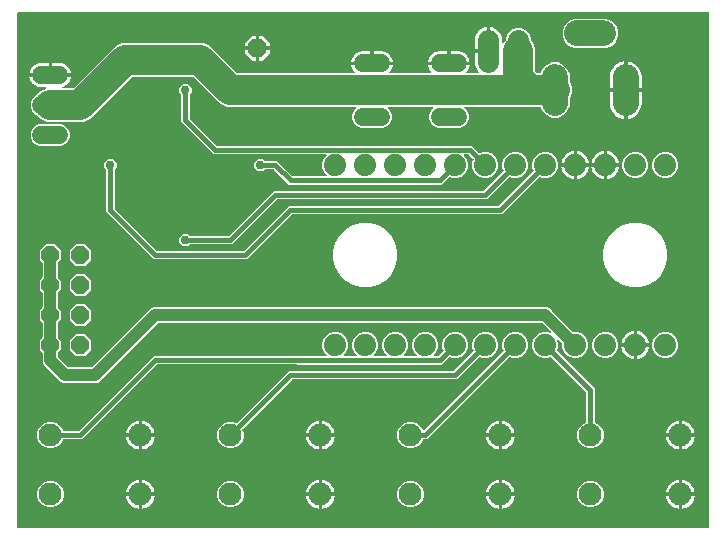
<source format=gbr>
G04 EAGLE Gerber RS-274X export*
G75*
%MOMM*%
%FSLAX34Y34*%
%LPD*%
%INBottom Copper*%
%IPPOS*%
%AMOC8*
5,1,8,0,0,1.08239X$1,22.5*%
G01*
%ADD10C,1.943100*%
%ADD11C,1.879600*%
%ADD12P,1.649562X8X112.500000*%
%ADD13C,1.524000*%
%ADD14C,2.184400*%
%ADD15P,1.732040X8X112.500000*%
%ADD16C,1.600200*%
%ADD17C,1.800000*%
%ADD18C,0.756400*%
%ADD19C,0.406400*%
%ADD20C,1.016000*%
%ADD21C,1.016000*%
%ADD22C,2.540000*%

G36*
X646198Y10164D02*
X646198Y10164D01*
X646217Y10162D01*
X646319Y10184D01*
X646421Y10200D01*
X646438Y10210D01*
X646458Y10214D01*
X646547Y10267D01*
X646638Y10316D01*
X646652Y10330D01*
X646669Y10340D01*
X646736Y10419D01*
X646808Y10494D01*
X646816Y10512D01*
X646829Y10527D01*
X646868Y10623D01*
X646911Y10717D01*
X646913Y10737D01*
X646921Y10755D01*
X646939Y10922D01*
X646939Y446178D01*
X646936Y446198D01*
X646938Y446217D01*
X646916Y446319D01*
X646900Y446421D01*
X646890Y446438D01*
X646886Y446458D01*
X646833Y446547D01*
X646784Y446638D01*
X646770Y446652D01*
X646760Y446669D01*
X646681Y446736D01*
X646606Y446808D01*
X646588Y446816D01*
X646573Y446829D01*
X646477Y446868D01*
X646383Y446911D01*
X646363Y446913D01*
X646345Y446921D01*
X646178Y446939D01*
X61722Y446939D01*
X61702Y446936D01*
X61683Y446938D01*
X61581Y446916D01*
X61479Y446900D01*
X61462Y446890D01*
X61442Y446886D01*
X61353Y446833D01*
X61262Y446784D01*
X61248Y446770D01*
X61231Y446760D01*
X61164Y446681D01*
X61092Y446606D01*
X61084Y446588D01*
X61071Y446573D01*
X61032Y446477D01*
X60989Y446383D01*
X60987Y446363D01*
X60979Y446345D01*
X60961Y446178D01*
X60961Y10922D01*
X60964Y10902D01*
X60962Y10883D01*
X60984Y10781D01*
X61000Y10679D01*
X61010Y10662D01*
X61014Y10642D01*
X61067Y10553D01*
X61116Y10462D01*
X61130Y10448D01*
X61140Y10431D01*
X61219Y10364D01*
X61294Y10292D01*
X61312Y10284D01*
X61327Y10271D01*
X61423Y10232D01*
X61517Y10189D01*
X61537Y10187D01*
X61555Y10179D01*
X61722Y10161D01*
X646178Y10161D01*
X646198Y10164D01*
G37*
%LPC*%
G36*
X351749Y349249D02*
X351749Y349249D01*
X348388Y350641D01*
X345815Y353214D01*
X344423Y356575D01*
X344423Y360213D01*
X345815Y363574D01*
X347717Y365476D01*
X347759Y365534D01*
X347808Y365586D01*
X347830Y365633D01*
X347861Y365675D01*
X347882Y365744D01*
X347912Y365809D01*
X347918Y365861D01*
X347933Y365911D01*
X347931Y365982D01*
X347939Y366053D01*
X347928Y366104D01*
X347927Y366156D01*
X347902Y366224D01*
X347887Y366294D01*
X347860Y366339D01*
X347842Y366387D01*
X347797Y366443D01*
X347761Y366505D01*
X347721Y366539D01*
X347689Y366579D01*
X347628Y366618D01*
X347574Y366665D01*
X347525Y366684D01*
X347482Y366712D01*
X347412Y366730D01*
X347346Y366757D01*
X347274Y366765D01*
X347243Y366773D01*
X347220Y366771D01*
X347179Y366775D01*
X238471Y366775D01*
X233242Y368941D01*
X210231Y391952D01*
X210157Y392005D01*
X210087Y392065D01*
X210057Y392077D01*
X210031Y392096D01*
X209944Y392123D01*
X209859Y392157D01*
X209818Y392161D01*
X209796Y392168D01*
X209764Y392167D01*
X209693Y392175D01*
X158607Y392175D01*
X158517Y392161D01*
X158426Y392153D01*
X158397Y392141D01*
X158365Y392136D01*
X158284Y392093D01*
X158200Y392057D01*
X158168Y392031D01*
X158147Y392020D01*
X158125Y391997D01*
X158069Y391952D01*
X122358Y356241D01*
X117129Y354075D01*
X86071Y354075D01*
X80842Y356241D01*
X76951Y360132D01*
X76898Y360171D01*
X76851Y360216D01*
X76778Y360257D01*
X76751Y360276D01*
X76733Y360282D01*
X76704Y360297D01*
X76100Y360547D01*
X73527Y363120D01*
X72135Y366481D01*
X72135Y370119D01*
X73527Y373480D01*
X76100Y376053D01*
X76704Y376303D01*
X76760Y376337D01*
X76820Y376363D01*
X76885Y376415D01*
X76913Y376432D01*
X76925Y376447D01*
X76951Y376468D01*
X80842Y380359D01*
X84984Y382075D01*
X85067Y382126D01*
X85153Y382172D01*
X85171Y382191D01*
X85193Y382204D01*
X85255Y382279D01*
X85322Y382350D01*
X85333Y382374D01*
X85350Y382394D01*
X85385Y382485D01*
X85426Y382573D01*
X85429Y382599D01*
X85438Y382623D01*
X85442Y382721D01*
X85453Y382817D01*
X85447Y382843D01*
X85449Y382869D01*
X85421Y382963D01*
X85401Y383058D01*
X85387Y383080D01*
X85380Y383105D01*
X85325Y383185D01*
X85275Y383269D01*
X85255Y383286D01*
X85240Y383307D01*
X85162Y383366D01*
X85088Y383429D01*
X85063Y383439D01*
X85042Y383454D01*
X84950Y383484D01*
X84860Y383521D01*
X84827Y383524D01*
X84809Y383530D01*
X84776Y383530D01*
X84693Y383539D01*
X80480Y383539D01*
X78901Y383789D01*
X77380Y384284D01*
X75955Y385010D01*
X74661Y385950D01*
X73530Y387081D01*
X72590Y388375D01*
X71864Y389800D01*
X71369Y391321D01*
X71234Y392177D01*
X88138Y392177D01*
X88158Y392180D01*
X88177Y392178D01*
X88279Y392200D01*
X88381Y392217D01*
X88398Y392226D01*
X88418Y392230D01*
X88507Y392283D01*
X88598Y392332D01*
X88612Y392346D01*
X88629Y392356D01*
X88696Y392435D01*
X88767Y392510D01*
X88776Y392528D01*
X88789Y392543D01*
X88827Y392639D01*
X88871Y392733D01*
X88873Y392753D01*
X88881Y392771D01*
X88899Y392938D01*
X88899Y393701D01*
X88901Y393701D01*
X88901Y392938D01*
X88904Y392918D01*
X88902Y392899D01*
X88924Y392797D01*
X88941Y392695D01*
X88950Y392678D01*
X88954Y392658D01*
X89007Y392569D01*
X89056Y392478D01*
X89070Y392464D01*
X89080Y392447D01*
X89159Y392380D01*
X89234Y392309D01*
X89252Y392300D01*
X89267Y392287D01*
X89363Y392248D01*
X89457Y392205D01*
X89477Y392203D01*
X89495Y392195D01*
X89662Y392177D01*
X106566Y392177D01*
X106431Y391321D01*
X105936Y389800D01*
X105210Y388375D01*
X104270Y387081D01*
X103139Y385950D01*
X101845Y385010D01*
X100420Y384284D01*
X99578Y384010D01*
X99574Y384008D01*
X99570Y384007D01*
X99466Y383952D01*
X99359Y383897D01*
X99357Y383894D01*
X99353Y383892D01*
X99271Y383806D01*
X99188Y383721D01*
X99186Y383717D01*
X99184Y383714D01*
X99133Y383605D01*
X99082Y383499D01*
X99082Y383495D01*
X99080Y383491D01*
X99067Y383372D01*
X99053Y383254D01*
X99053Y383250D01*
X99053Y383247D01*
X99078Y383131D01*
X99102Y383014D01*
X99104Y383010D01*
X99105Y383006D01*
X99166Y382904D01*
X99226Y382801D01*
X99229Y382798D01*
X99231Y382795D01*
X99322Y382717D01*
X99412Y382639D01*
X99415Y382638D01*
X99418Y382635D01*
X99530Y382590D01*
X99639Y382545D01*
X99643Y382545D01*
X99646Y382543D01*
X99813Y382525D01*
X108093Y382525D01*
X108183Y382539D01*
X108274Y382547D01*
X108303Y382559D01*
X108335Y382564D01*
X108416Y382607D01*
X108500Y382643D01*
X108532Y382669D01*
X108553Y382680D01*
X108575Y382703D01*
X108631Y382748D01*
X140234Y414351D01*
X144342Y418459D01*
X149571Y420625D01*
X218729Y420625D01*
X223958Y418459D01*
X246969Y395448D01*
X247043Y395395D01*
X247113Y395335D01*
X247143Y395323D01*
X247169Y395304D01*
X247256Y395277D01*
X247341Y395243D01*
X247382Y395239D01*
X247404Y395232D01*
X247436Y395233D01*
X247507Y395225D01*
X345742Y395225D01*
X345813Y395236D01*
X345884Y395238D01*
X345933Y395256D01*
X345985Y395264D01*
X346048Y395298D01*
X346115Y395323D01*
X346156Y395355D01*
X346202Y395380D01*
X346252Y395432D01*
X346307Y395476D01*
X346336Y395520D01*
X346372Y395558D01*
X346402Y395623D01*
X346440Y395683D01*
X346453Y395734D01*
X346475Y395781D01*
X346483Y395852D01*
X346501Y395922D01*
X346496Y395974D01*
X346502Y396025D01*
X346487Y396096D01*
X346481Y396167D01*
X346461Y396215D01*
X346450Y396266D01*
X346413Y396327D01*
X346385Y396393D01*
X346340Y396449D01*
X346324Y396477D01*
X346306Y396492D01*
X346280Y396524D01*
X345818Y396987D01*
X344878Y398281D01*
X344152Y399706D01*
X343657Y401227D01*
X343522Y402083D01*
X360426Y402083D01*
X360446Y402086D01*
X360465Y402084D01*
X360567Y402106D01*
X360669Y402123D01*
X360686Y402132D01*
X360706Y402136D01*
X360795Y402189D01*
X360886Y402238D01*
X360900Y402252D01*
X360917Y402262D01*
X360984Y402341D01*
X361055Y402416D01*
X361064Y402434D01*
X361077Y402449D01*
X361115Y402545D01*
X361159Y402639D01*
X361161Y402659D01*
X361169Y402677D01*
X361187Y402844D01*
X361187Y403607D01*
X361189Y403607D01*
X361189Y402844D01*
X361192Y402824D01*
X361190Y402805D01*
X361212Y402703D01*
X361229Y402601D01*
X361238Y402584D01*
X361242Y402564D01*
X361295Y402475D01*
X361344Y402384D01*
X361358Y402370D01*
X361368Y402353D01*
X361447Y402286D01*
X361522Y402215D01*
X361540Y402206D01*
X361555Y402193D01*
X361651Y402154D01*
X361745Y402111D01*
X361765Y402109D01*
X361783Y402101D01*
X361950Y402083D01*
X378854Y402083D01*
X378719Y401227D01*
X378224Y399706D01*
X377498Y398281D01*
X376558Y396987D01*
X376096Y396524D01*
X376054Y396466D01*
X376004Y396414D01*
X375983Y396367D01*
X375952Y396325D01*
X375931Y396256D01*
X375901Y396191D01*
X375895Y396139D01*
X375880Y396089D01*
X375882Y396018D01*
X375874Y395947D01*
X375885Y395896D01*
X375886Y395844D01*
X375911Y395776D01*
X375926Y395706D01*
X375953Y395661D01*
X375971Y395613D01*
X376015Y395557D01*
X376052Y395495D01*
X376092Y395461D01*
X376124Y395421D01*
X376185Y395382D01*
X376239Y395335D01*
X376288Y395316D01*
X376331Y395288D01*
X376401Y395270D01*
X376467Y395243D01*
X376539Y395235D01*
X376570Y395227D01*
X376593Y395229D01*
X376634Y395225D01*
X410766Y395225D01*
X410837Y395236D01*
X410908Y395238D01*
X410957Y395256D01*
X411009Y395264D01*
X411072Y395298D01*
X411139Y395323D01*
X411180Y395355D01*
X411226Y395380D01*
X411276Y395432D01*
X411331Y395476D01*
X411360Y395520D01*
X411396Y395558D01*
X411426Y395623D01*
X411464Y395683D01*
X411477Y395734D01*
X411499Y395781D01*
X411507Y395852D01*
X411525Y395922D01*
X411520Y395974D01*
X411526Y396025D01*
X411511Y396096D01*
X411505Y396167D01*
X411485Y396215D01*
X411474Y396266D01*
X411437Y396327D01*
X411409Y396393D01*
X411364Y396449D01*
X411348Y396477D01*
X411330Y396492D01*
X411304Y396524D01*
X410842Y396987D01*
X409902Y398281D01*
X409176Y399706D01*
X408681Y401227D01*
X408546Y402083D01*
X425450Y402083D01*
X425470Y402086D01*
X425489Y402084D01*
X425591Y402106D01*
X425693Y402123D01*
X425710Y402132D01*
X425730Y402136D01*
X425819Y402189D01*
X425910Y402238D01*
X425924Y402252D01*
X425941Y402262D01*
X426008Y402341D01*
X426079Y402416D01*
X426088Y402434D01*
X426101Y402449D01*
X426139Y402545D01*
X426183Y402639D01*
X426185Y402659D01*
X426193Y402677D01*
X426211Y402844D01*
X426211Y403607D01*
X426213Y403607D01*
X426213Y402844D01*
X426216Y402824D01*
X426214Y402805D01*
X426236Y402703D01*
X426253Y402601D01*
X426262Y402584D01*
X426266Y402564D01*
X426319Y402475D01*
X426368Y402384D01*
X426382Y402370D01*
X426392Y402353D01*
X426471Y402286D01*
X426546Y402215D01*
X426564Y402206D01*
X426579Y402193D01*
X426675Y402154D01*
X426769Y402111D01*
X426789Y402109D01*
X426807Y402101D01*
X426974Y402083D01*
X443878Y402083D01*
X443743Y401227D01*
X443248Y399706D01*
X442522Y398281D01*
X441582Y396987D01*
X441120Y396524D01*
X441078Y396466D01*
X441028Y396414D01*
X441007Y396367D01*
X440976Y396325D01*
X440955Y396256D01*
X440925Y396191D01*
X440919Y396139D01*
X440904Y396089D01*
X440906Y396018D01*
X440898Y395947D01*
X440909Y395896D01*
X440910Y395844D01*
X440935Y395776D01*
X440950Y395706D01*
X440977Y395661D01*
X440995Y395613D01*
X441039Y395557D01*
X441076Y395495D01*
X441116Y395461D01*
X441148Y395421D01*
X441209Y395382D01*
X441263Y395335D01*
X441312Y395316D01*
X441355Y395288D01*
X441425Y395270D01*
X441491Y395243D01*
X441563Y395235D01*
X441594Y395227D01*
X441617Y395229D01*
X441658Y395225D01*
X451376Y395225D01*
X451447Y395236D01*
X451519Y395238D01*
X451568Y395256D01*
X451619Y395264D01*
X451683Y395298D01*
X451750Y395323D01*
X451791Y395355D01*
X451837Y395380D01*
X451886Y395432D01*
X451942Y395476D01*
X451970Y395520D01*
X452006Y395558D01*
X452036Y395623D01*
X452075Y395683D01*
X452088Y395734D01*
X452110Y395781D01*
X452117Y395852D01*
X452135Y395922D01*
X452131Y395974D01*
X452137Y396025D01*
X452121Y396096D01*
X452116Y396167D01*
X452095Y396215D01*
X452084Y396266D01*
X452048Y396327D01*
X452020Y396393D01*
X451975Y396449D01*
X451958Y396477D01*
X451940Y396492D01*
X451915Y396524D01*
X450937Y397502D01*
X449869Y398971D01*
X449045Y400590D01*
X448483Y402318D01*
X448199Y404112D01*
X448199Y412497D01*
X458978Y412497D01*
X458998Y412500D01*
X459017Y412498D01*
X459119Y412520D01*
X459221Y412537D01*
X459238Y412546D01*
X459258Y412550D01*
X459347Y412603D01*
X459438Y412652D01*
X459452Y412666D01*
X459469Y412676D01*
X459536Y412755D01*
X459607Y412830D01*
X459616Y412848D01*
X459629Y412863D01*
X459667Y412959D01*
X459711Y413053D01*
X459713Y413073D01*
X459721Y413091D01*
X459739Y413258D01*
X459739Y414021D01*
X460502Y414021D01*
X460522Y414024D01*
X460541Y414022D01*
X460643Y414044D01*
X460745Y414061D01*
X460762Y414070D01*
X460782Y414074D01*
X460871Y414127D01*
X460962Y414176D01*
X460976Y414190D01*
X460993Y414200D01*
X461060Y414279D01*
X461131Y414354D01*
X461140Y414372D01*
X461153Y414387D01*
X461192Y414483D01*
X461235Y414577D01*
X461237Y414597D01*
X461245Y414615D01*
X461263Y414782D01*
X461263Y434463D01*
X462442Y434277D01*
X464170Y433715D01*
X465789Y432891D01*
X467258Y431823D01*
X468543Y430538D01*
X469611Y429069D01*
X470435Y427450D01*
X470997Y425722D01*
X471281Y423928D01*
X471281Y421559D01*
X471296Y421463D01*
X471306Y421366D01*
X471316Y421342D01*
X471320Y421316D01*
X471366Y421230D01*
X471406Y421141D01*
X471423Y421122D01*
X471436Y421099D01*
X471506Y421032D01*
X471572Y420960D01*
X471595Y420947D01*
X471614Y420929D01*
X471702Y420888D01*
X471788Y420841D01*
X471813Y420837D01*
X471837Y420826D01*
X471934Y420815D01*
X472030Y420798D01*
X472056Y420801D01*
X472081Y420799D01*
X472176Y420819D01*
X472273Y420833D01*
X472296Y420845D01*
X472322Y420851D01*
X472406Y420901D01*
X472492Y420945D01*
X472510Y420964D01*
X472533Y420977D01*
X472596Y421051D01*
X472664Y421121D01*
X472680Y421149D01*
X472693Y421164D01*
X472705Y421195D01*
X472745Y421268D01*
X473081Y422078D01*
X474392Y423389D01*
X474445Y423463D01*
X474505Y423533D01*
X474517Y423563D01*
X474536Y423589D01*
X474563Y423676D01*
X474597Y423761D01*
X474601Y423802D01*
X474608Y423824D01*
X474607Y423856D01*
X474615Y423927D01*
X474615Y425113D01*
X476218Y428982D01*
X479178Y431942D01*
X483047Y433545D01*
X487233Y433545D01*
X491102Y431942D01*
X494062Y428982D01*
X495665Y425113D01*
X495665Y423927D01*
X495679Y423837D01*
X495687Y423746D01*
X495699Y423717D01*
X495704Y423685D01*
X495747Y423604D01*
X495783Y423520D01*
X495809Y423488D01*
X495820Y423467D01*
X495843Y423445D01*
X495888Y423389D01*
X497199Y422078D01*
X499365Y416849D01*
X499365Y397367D01*
X499379Y397277D01*
X499387Y397186D01*
X499399Y397157D01*
X499404Y397125D01*
X499447Y397044D01*
X499483Y396960D01*
X499509Y396928D01*
X499520Y396907D01*
X499543Y396885D01*
X499588Y396829D01*
X500969Y395448D01*
X501043Y395395D01*
X501113Y395335D01*
X501143Y395323D01*
X501169Y395304D01*
X501256Y395277D01*
X501341Y395243D01*
X501382Y395239D01*
X501404Y395232D01*
X501436Y395233D01*
X501507Y395225D01*
X503487Y395225D01*
X503602Y395244D01*
X503718Y395261D01*
X503724Y395263D01*
X503730Y395264D01*
X503833Y395319D01*
X503937Y395372D01*
X503942Y395377D01*
X503947Y395380D01*
X504027Y395464D01*
X504110Y395548D01*
X504113Y395554D01*
X504117Y395558D01*
X504124Y395575D01*
X504190Y395695D01*
X505548Y398973D01*
X509049Y402474D01*
X513624Y404369D01*
X518576Y404369D01*
X523151Y402474D01*
X526652Y398973D01*
X528547Y394398D01*
X528547Y388273D01*
X528557Y388209D01*
X528558Y388143D01*
X528581Y388063D01*
X528586Y388031D01*
X528596Y388013D01*
X528605Y387982D01*
X530325Y383829D01*
X530325Y378171D01*
X528605Y374018D01*
X528590Y373954D01*
X528565Y373893D01*
X528556Y373810D01*
X528549Y373778D01*
X528550Y373759D01*
X528547Y373727D01*
X528547Y367602D01*
X526652Y363027D01*
X523151Y359526D01*
X518576Y357631D01*
X513624Y357631D01*
X509049Y359526D01*
X505548Y363027D01*
X504190Y366305D01*
X504129Y366405D01*
X504069Y366505D01*
X504064Y366509D01*
X504061Y366514D01*
X503971Y366589D01*
X503882Y366665D01*
X503876Y366667D01*
X503871Y366671D01*
X503763Y366713D01*
X503654Y366757D01*
X503646Y366758D01*
X503642Y366759D01*
X503623Y366760D01*
X503487Y366775D01*
X440221Y366775D01*
X440150Y366764D01*
X440079Y366762D01*
X440030Y366744D01*
X439978Y366736D01*
X439915Y366702D01*
X439848Y366677D01*
X439807Y366645D01*
X439761Y366620D01*
X439712Y366568D01*
X439656Y366524D01*
X439627Y366480D01*
X439592Y366442D01*
X439561Y366377D01*
X439523Y366317D01*
X439510Y366266D01*
X439488Y366219D01*
X439480Y366148D01*
X439463Y366078D01*
X439467Y366026D01*
X439461Y365975D01*
X439476Y365904D01*
X439482Y365833D01*
X439502Y365785D01*
X439513Y365734D01*
X439550Y365673D01*
X439578Y365607D01*
X439623Y365551D01*
X439639Y365523D01*
X439657Y365508D01*
X439683Y365476D01*
X441585Y363574D01*
X442977Y360213D01*
X442977Y356575D01*
X441585Y353214D01*
X439012Y350641D01*
X435651Y349249D01*
X416773Y349249D01*
X413412Y350641D01*
X410839Y353214D01*
X409447Y356575D01*
X409447Y360213D01*
X410839Y363574D01*
X412741Y365476D01*
X412783Y365534D01*
X412832Y365586D01*
X412854Y365633D01*
X412885Y365675D01*
X412906Y365744D01*
X412936Y365809D01*
X412942Y365861D01*
X412957Y365911D01*
X412955Y365982D01*
X412963Y366053D01*
X412952Y366104D01*
X412951Y366156D01*
X412926Y366224D01*
X412911Y366294D01*
X412884Y366339D01*
X412866Y366387D01*
X412821Y366443D01*
X412785Y366505D01*
X412745Y366539D01*
X412713Y366579D01*
X412652Y366618D01*
X412598Y366665D01*
X412549Y366684D01*
X412506Y366712D01*
X412436Y366730D01*
X412370Y366757D01*
X412298Y366765D01*
X412267Y366773D01*
X412244Y366771D01*
X412203Y366775D01*
X375197Y366775D01*
X375126Y366764D01*
X375055Y366762D01*
X375006Y366744D01*
X374954Y366736D01*
X374891Y366702D01*
X374824Y366677D01*
X374783Y366645D01*
X374737Y366620D01*
X374688Y366568D01*
X374632Y366524D01*
X374603Y366480D01*
X374568Y366442D01*
X374537Y366377D01*
X374499Y366317D01*
X374486Y366266D01*
X374464Y366219D01*
X374456Y366148D01*
X374439Y366078D01*
X374443Y366026D01*
X374437Y365975D01*
X374452Y365904D01*
X374458Y365833D01*
X374478Y365785D01*
X374489Y365734D01*
X374526Y365673D01*
X374554Y365607D01*
X374599Y365551D01*
X374615Y365523D01*
X374633Y365508D01*
X374659Y365476D01*
X376561Y363574D01*
X377953Y360213D01*
X377953Y356575D01*
X376561Y353214D01*
X373988Y350641D01*
X370627Y349249D01*
X351749Y349249D01*
G37*
%LPD*%
%LPC*%
G36*
X543864Y77660D02*
X543864Y77660D01*
X539733Y79371D01*
X536571Y82533D01*
X534860Y86664D01*
X534860Y91136D01*
X536571Y95267D01*
X539733Y98429D01*
X542073Y99398D01*
X542173Y99460D01*
X542273Y99520D01*
X542277Y99525D01*
X542282Y99528D01*
X542357Y99618D01*
X542433Y99707D01*
X542435Y99713D01*
X542439Y99718D01*
X542481Y99826D01*
X542525Y99935D01*
X542526Y99943D01*
X542527Y99947D01*
X542528Y99965D01*
X542543Y100102D01*
X542543Y125211D01*
X542529Y125302D01*
X542521Y125392D01*
X542509Y125422D01*
X542504Y125454D01*
X542461Y125535D01*
X542425Y125619D01*
X542399Y125651D01*
X542388Y125672D01*
X542365Y125694D01*
X542320Y125750D01*
X513163Y154907D01*
X513068Y154975D01*
X512974Y155045D01*
X512968Y155047D01*
X512963Y155051D01*
X512852Y155085D01*
X512740Y155121D01*
X512734Y155121D01*
X512728Y155123D01*
X512611Y155120D01*
X512494Y155119D01*
X512487Y155117D01*
X512482Y155117D01*
X512465Y155110D01*
X512333Y155072D01*
X510173Y154177D01*
X505827Y154177D01*
X501813Y155840D01*
X498740Y158913D01*
X497077Y162927D01*
X497077Y167273D01*
X498740Y171287D01*
X501813Y174360D01*
X505827Y176023D01*
X510173Y176023D01*
X511697Y175391D01*
X511764Y175376D01*
X511777Y175370D01*
X511793Y175369D01*
X511885Y175340D01*
X511911Y175341D01*
X511936Y175335D01*
X512033Y175344D01*
X512131Y175347D01*
X512155Y175356D01*
X512181Y175358D01*
X512270Y175398D01*
X512362Y175431D01*
X512382Y175448D01*
X512406Y175458D01*
X512478Y175524D01*
X512554Y175585D01*
X512568Y175607D01*
X512587Y175625D01*
X512634Y175710D01*
X512687Y175792D01*
X512693Y175817D01*
X512706Y175840D01*
X512723Y175936D01*
X512747Y176030D01*
X512745Y176056D01*
X512749Y176082D01*
X512735Y176179D01*
X512728Y176276D01*
X512717Y176300D01*
X512714Y176326D01*
X512669Y176413D01*
X512631Y176502D01*
X512611Y176527D01*
X512602Y176545D01*
X512578Y176568D01*
X512557Y176595D01*
X512551Y176604D01*
X512545Y176609D01*
X512527Y176633D01*
X505487Y183672D01*
X505413Y183725D01*
X505344Y183785D01*
X505314Y183797D01*
X505287Y183816D01*
X505201Y183843D01*
X505116Y183877D01*
X505075Y183881D01*
X505052Y183888D01*
X505020Y183887D01*
X504949Y183895D01*
X180851Y183895D01*
X180761Y183881D01*
X180670Y183873D01*
X180640Y183861D01*
X180608Y183856D01*
X180528Y183813D01*
X180444Y183777D01*
X180412Y183751D01*
X180391Y183740D01*
X180369Y183717D01*
X180313Y183672D01*
X130741Y134101D01*
X128314Y133095D01*
X100286Y133095D01*
X97859Y134101D01*
X83301Y148659D01*
X82295Y151086D01*
X82295Y158457D01*
X82281Y158547D01*
X82273Y158638D01*
X82261Y158668D01*
X82256Y158700D01*
X82213Y158780D01*
X82177Y158864D01*
X82151Y158896D01*
X82140Y158917D01*
X82117Y158939D01*
X82072Y158995D01*
X79755Y161312D01*
X79755Y168888D01*
X82072Y171205D01*
X82125Y171279D01*
X82185Y171348D01*
X82197Y171378D01*
X82216Y171405D01*
X82243Y171492D01*
X82277Y171576D01*
X82281Y171617D01*
X82288Y171640D01*
X82287Y171672D01*
X82295Y171743D01*
X82295Y183857D01*
X82281Y183947D01*
X82273Y184038D01*
X82261Y184068D01*
X82256Y184100D01*
X82213Y184180D01*
X82177Y184264D01*
X82151Y184296D01*
X82140Y184317D01*
X82117Y184339D01*
X82072Y184395D01*
X79755Y186712D01*
X79755Y194288D01*
X82072Y196605D01*
X82125Y196679D01*
X82185Y196748D01*
X82197Y196778D01*
X82216Y196805D01*
X82243Y196892D01*
X82277Y196976D01*
X82281Y197017D01*
X82288Y197040D01*
X82287Y197072D01*
X82295Y197143D01*
X82295Y209257D01*
X82281Y209347D01*
X82273Y209438D01*
X82261Y209468D01*
X82256Y209500D01*
X82213Y209580D01*
X82177Y209664D01*
X82151Y209696D01*
X82140Y209717D01*
X82117Y209739D01*
X82072Y209795D01*
X79755Y212112D01*
X79755Y219688D01*
X82072Y222005D01*
X82125Y222079D01*
X82147Y222104D01*
X82164Y222121D01*
X82165Y222126D01*
X82185Y222148D01*
X82197Y222178D01*
X82216Y222205D01*
X82243Y222292D01*
X82267Y222344D01*
X82268Y222356D01*
X82277Y222376D01*
X82281Y222417D01*
X82288Y222440D01*
X82287Y222472D01*
X82295Y222543D01*
X82295Y234657D01*
X82281Y234747D01*
X82273Y234838D01*
X82261Y234868D01*
X82256Y234900D01*
X82213Y234980D01*
X82177Y235064D01*
X82151Y235096D01*
X82140Y235117D01*
X82117Y235139D01*
X82072Y235195D01*
X79755Y237512D01*
X79755Y245088D01*
X85112Y250445D01*
X92688Y250445D01*
X98045Y245088D01*
X98045Y237512D01*
X95728Y235195D01*
X95675Y235121D01*
X95615Y235052D01*
X95603Y235022D01*
X95584Y234995D01*
X95557Y234908D01*
X95523Y234824D01*
X95519Y234783D01*
X95512Y234760D01*
X95513Y234728D01*
X95505Y234657D01*
X95505Y222543D01*
X95508Y222526D01*
X95506Y222510D01*
X95520Y222443D01*
X95527Y222362D01*
X95539Y222332D01*
X95544Y222300D01*
X95556Y222278D01*
X95558Y222270D01*
X95582Y222230D01*
X95587Y222220D01*
X95623Y222136D01*
X95649Y222104D01*
X95660Y222083D01*
X95683Y222061D01*
X95684Y222059D01*
X95686Y222057D01*
X95728Y222005D01*
X98045Y219688D01*
X98045Y212112D01*
X95728Y209795D01*
X95675Y209721D01*
X95615Y209652D01*
X95603Y209622D01*
X95584Y209595D01*
X95557Y209508D01*
X95523Y209424D01*
X95519Y209383D01*
X95512Y209360D01*
X95513Y209328D01*
X95505Y209257D01*
X95505Y197143D01*
X95519Y197053D01*
X95527Y196962D01*
X95539Y196932D01*
X95544Y196900D01*
X95587Y196820D01*
X95623Y196736D01*
X95649Y196704D01*
X95660Y196683D01*
X95683Y196661D01*
X95728Y196605D01*
X98045Y194288D01*
X98045Y186712D01*
X95728Y184395D01*
X95675Y184321D01*
X95615Y184252D01*
X95603Y184222D01*
X95584Y184195D01*
X95557Y184108D01*
X95523Y184024D01*
X95519Y183983D01*
X95512Y183960D01*
X95513Y183928D01*
X95505Y183857D01*
X95505Y171743D01*
X95519Y171653D01*
X95527Y171562D01*
X95539Y171532D01*
X95544Y171500D01*
X95587Y171420D01*
X95623Y171336D01*
X95649Y171304D01*
X95660Y171283D01*
X95683Y171261D01*
X95728Y171205D01*
X98045Y168888D01*
X98045Y161312D01*
X95728Y158995D01*
X95675Y158921D01*
X95615Y158852D01*
X95603Y158822D01*
X95584Y158795D01*
X95557Y158708D01*
X95523Y158624D01*
X95519Y158583D01*
X95512Y158560D01*
X95513Y158528D01*
X95505Y158457D01*
X95505Y155451D01*
X95519Y155361D01*
X95527Y155270D01*
X95539Y155240D01*
X95544Y155208D01*
X95587Y155127D01*
X95623Y155044D01*
X95649Y155012D01*
X95660Y154991D01*
X95683Y154969D01*
X95728Y154913D01*
X104113Y146528D01*
X104187Y146475D01*
X104256Y146415D01*
X104286Y146403D01*
X104313Y146384D01*
X104400Y146357D01*
X104484Y146323D01*
X104525Y146319D01*
X104548Y146312D01*
X104580Y146313D01*
X104651Y146305D01*
X123949Y146305D01*
X124039Y146319D01*
X124130Y146327D01*
X124160Y146339D01*
X124192Y146344D01*
X124272Y146387D01*
X124356Y146423D01*
X124388Y146449D01*
X124409Y146460D01*
X124431Y146483D01*
X124487Y146528D01*
X174059Y196099D01*
X176486Y197105D01*
X509314Y197105D01*
X511741Y196099D01*
X513706Y194134D01*
X531595Y176246D01*
X531669Y176193D01*
X531738Y176133D01*
X531768Y176121D01*
X531795Y176102D01*
X531881Y176075D01*
X531966Y176041D01*
X532007Y176037D01*
X532030Y176030D01*
X532062Y176031D01*
X532133Y176023D01*
X535573Y176023D01*
X539587Y174360D01*
X542660Y171287D01*
X544323Y167273D01*
X544323Y162927D01*
X542660Y158913D01*
X539587Y155840D01*
X535573Y154177D01*
X531227Y154177D01*
X527213Y155840D01*
X524140Y158913D01*
X522477Y162927D01*
X522477Y166367D01*
X522463Y166457D01*
X522455Y166548D01*
X522443Y166578D01*
X522438Y166610D01*
X522395Y166690D01*
X522359Y166774D01*
X522333Y166806D01*
X522322Y166827D01*
X522299Y166849D01*
X522254Y166905D01*
X519533Y169627D01*
X519454Y169683D01*
X519379Y169745D01*
X519354Y169755D01*
X519333Y169770D01*
X519240Y169799D01*
X519149Y169834D01*
X519123Y169835D01*
X519098Y169842D01*
X519001Y169840D01*
X518903Y169844D01*
X518878Y169837D01*
X518852Y169836D01*
X518761Y169803D01*
X518667Y169776D01*
X518646Y169761D01*
X518621Y169752D01*
X518545Y169691D01*
X518465Y169635D01*
X518450Y169614D01*
X518429Y169598D01*
X518376Y169516D01*
X518318Y169438D01*
X518310Y169413D01*
X518296Y169391D01*
X518272Y169297D01*
X518242Y169204D01*
X518242Y169178D01*
X518236Y169153D01*
X518244Y169056D01*
X518245Y168958D01*
X518254Y168927D01*
X518255Y168907D01*
X518268Y168877D01*
X518291Y168797D01*
X518923Y167273D01*
X518923Y162927D01*
X518028Y160767D01*
X518001Y160653D01*
X517973Y160540D01*
X517973Y160533D01*
X517972Y160527D01*
X517983Y160411D01*
X517992Y160294D01*
X517994Y160289D01*
X517995Y160282D01*
X518043Y160175D01*
X518088Y160068D01*
X518093Y160062D01*
X518095Y160058D01*
X518107Y160044D01*
X518193Y159937D01*
X549657Y128473D01*
X549657Y100102D01*
X549676Y99987D01*
X549693Y99871D01*
X549695Y99865D01*
X549696Y99859D01*
X549751Y99756D01*
X549804Y99652D01*
X549809Y99647D01*
X549812Y99642D01*
X549896Y99562D01*
X549980Y99479D01*
X549986Y99476D01*
X549990Y99472D01*
X550007Y99464D01*
X550127Y99398D01*
X552467Y98429D01*
X555629Y95267D01*
X557340Y91136D01*
X557340Y86664D01*
X555629Y82533D01*
X552467Y79371D01*
X548336Y77660D01*
X543864Y77660D01*
G37*
%LPD*%
%LPC*%
G36*
X290881Y300989D02*
X290881Y300989D01*
X278150Y313720D01*
X278076Y313773D01*
X278006Y313833D01*
X277976Y313845D01*
X277950Y313864D01*
X277863Y313891D01*
X277778Y313925D01*
X277737Y313929D01*
X277715Y313936D01*
X277683Y313935D01*
X277611Y313943D01*
X270963Y313943D01*
X270873Y313929D01*
X270782Y313921D01*
X270753Y313909D01*
X270721Y313904D01*
X270640Y313861D01*
X270556Y313825D01*
X270524Y313799D01*
X270503Y313788D01*
X270481Y313765D01*
X270425Y313720D01*
X268898Y312193D01*
X264502Y312193D01*
X261393Y315302D01*
X261393Y319698D01*
X264502Y322807D01*
X268898Y322807D01*
X270425Y321280D01*
X270499Y321227D01*
X270569Y321167D01*
X270599Y321155D01*
X270625Y321136D01*
X270712Y321109D01*
X270797Y321075D01*
X270838Y321071D01*
X270860Y321064D01*
X270892Y321065D01*
X270963Y321057D01*
X280873Y321057D01*
X293604Y308326D01*
X293678Y308273D01*
X293748Y308213D01*
X293778Y308201D01*
X293804Y308182D01*
X293891Y308155D01*
X293976Y308121D01*
X294017Y308117D01*
X294039Y308110D01*
X294071Y308111D01*
X294143Y308103D01*
X322312Y308103D01*
X322383Y308114D01*
X322455Y308116D01*
X322504Y308134D01*
X322555Y308142D01*
X322618Y308176D01*
X322686Y308201D01*
X322726Y308233D01*
X322773Y308258D01*
X322822Y308310D01*
X322878Y308354D01*
X322906Y308398D01*
X322942Y308436D01*
X322972Y308501D01*
X323011Y308561D01*
X323024Y308612D01*
X323046Y308659D01*
X323053Y308730D01*
X323071Y308800D01*
X323067Y308852D01*
X323073Y308903D01*
X323057Y308974D01*
X323052Y309045D01*
X323031Y309093D01*
X323020Y309144D01*
X322984Y309205D01*
X322955Y309271D01*
X322911Y309327D01*
X322894Y309355D01*
X322876Y309370D01*
X322851Y309402D01*
X320940Y311313D01*
X319277Y315327D01*
X319277Y319673D01*
X320940Y323687D01*
X322597Y325344D01*
X322639Y325402D01*
X322688Y325454D01*
X322710Y325501D01*
X322740Y325543D01*
X322761Y325612D01*
X322792Y325677D01*
X322797Y325729D01*
X322813Y325779D01*
X322811Y325850D01*
X322819Y325921D01*
X322808Y325972D01*
X322806Y326024D01*
X322782Y326092D01*
X322766Y326162D01*
X322740Y326207D01*
X322722Y326255D01*
X322677Y326311D01*
X322640Y326373D01*
X322601Y326407D01*
X322568Y326447D01*
X322508Y326486D01*
X322453Y326533D01*
X322405Y326552D01*
X322361Y326580D01*
X322292Y326598D01*
X322225Y326625D01*
X322154Y326633D01*
X322123Y326641D01*
X322099Y326639D01*
X322058Y326643D01*
X227127Y326643D01*
X199643Y354127D01*
X199643Y376737D01*
X199629Y376827D01*
X199621Y376918D01*
X199609Y376947D01*
X199604Y376979D01*
X199561Y377060D01*
X199525Y377144D01*
X199499Y377176D01*
X199488Y377197D01*
X199465Y377219D01*
X199420Y377275D01*
X197893Y378802D01*
X197893Y383198D01*
X201002Y386307D01*
X205398Y386307D01*
X208507Y383198D01*
X208507Y378802D01*
X206980Y377275D01*
X206927Y377201D01*
X206867Y377131D01*
X206855Y377101D01*
X206836Y377075D01*
X206809Y376988D01*
X206775Y376903D01*
X206771Y376862D01*
X206764Y376840D01*
X206765Y376808D01*
X206757Y376737D01*
X206757Y357389D01*
X206771Y357298D01*
X206779Y357208D01*
X206791Y357178D01*
X206796Y357146D01*
X206839Y357065D01*
X206875Y356981D01*
X206901Y356949D01*
X206912Y356928D01*
X206935Y356906D01*
X206980Y356850D01*
X229850Y333980D01*
X229924Y333927D01*
X229994Y333867D01*
X230024Y333855D01*
X230050Y333836D01*
X230137Y333809D01*
X230222Y333775D01*
X230263Y333771D01*
X230285Y333764D01*
X230317Y333765D01*
X230389Y333757D01*
X322792Y333757D01*
X322882Y333771D01*
X322973Y333779D01*
X323002Y333791D01*
X323034Y333796D01*
X323115Y333839D01*
X323199Y333875D01*
X323231Y333901D01*
X323252Y333912D01*
X323274Y333935D01*
X323330Y333980D01*
X323361Y334011D01*
X438639Y334011D01*
X438670Y333980D01*
X438744Y333927D01*
X438813Y333867D01*
X438844Y333855D01*
X438870Y333836D01*
X438957Y333809D01*
X439042Y333775D01*
X439083Y333771D01*
X439105Y333764D01*
X439137Y333765D01*
X439208Y333757D01*
X445973Y333757D01*
X452037Y327693D01*
X452131Y327625D01*
X452226Y327555D01*
X452232Y327553D01*
X452237Y327549D01*
X452348Y327515D01*
X452460Y327479D01*
X452466Y327479D01*
X452472Y327477D01*
X452589Y327480D01*
X452706Y327481D01*
X452713Y327483D01*
X452718Y327483D01*
X452735Y327490D01*
X452867Y327528D01*
X455027Y328423D01*
X459373Y328423D01*
X463387Y326760D01*
X466460Y323687D01*
X468123Y319673D01*
X468123Y315327D01*
X466460Y311313D01*
X463387Y308240D01*
X459373Y306577D01*
X455027Y306577D01*
X451013Y308240D01*
X447940Y311313D01*
X446277Y315327D01*
X446277Y319673D01*
X447172Y321833D01*
X447199Y321947D01*
X447227Y322060D01*
X447227Y322067D01*
X447228Y322073D01*
X447217Y322189D01*
X447208Y322306D01*
X447206Y322311D01*
X447205Y322318D01*
X447157Y322425D01*
X447112Y322532D01*
X447107Y322538D01*
X447105Y322542D01*
X447093Y322556D01*
X447007Y322663D01*
X443250Y326420D01*
X443176Y326473D01*
X443106Y326533D01*
X443076Y326545D01*
X443050Y326564D01*
X442963Y326591D01*
X442878Y326625D01*
X442837Y326629D01*
X442815Y326636D01*
X442783Y326635D01*
X442711Y326643D01*
X439942Y326643D01*
X439871Y326632D01*
X439799Y326630D01*
X439750Y326612D01*
X439699Y326604D01*
X439636Y326570D01*
X439568Y326545D01*
X439528Y326513D01*
X439481Y326488D01*
X439432Y326436D01*
X439376Y326392D01*
X439348Y326348D01*
X439312Y326310D01*
X439282Y326245D01*
X439243Y326185D01*
X439230Y326134D01*
X439208Y326087D01*
X439201Y326016D01*
X439183Y325946D01*
X439187Y325894D01*
X439181Y325843D01*
X439197Y325772D01*
X439202Y325701D01*
X439223Y325653D01*
X439234Y325602D01*
X439270Y325541D01*
X439299Y325475D01*
X439343Y325419D01*
X439360Y325391D01*
X439378Y325376D01*
X439403Y325344D01*
X441060Y323687D01*
X442723Y319673D01*
X442723Y315327D01*
X441060Y311313D01*
X437987Y308240D01*
X433973Y306577D01*
X429627Y306577D01*
X427467Y307472D01*
X427353Y307499D01*
X427240Y307527D01*
X427233Y307527D01*
X427227Y307528D01*
X427111Y307517D01*
X426994Y307508D01*
X426989Y307506D01*
X426982Y307505D01*
X426875Y307457D01*
X426768Y307412D01*
X426762Y307407D01*
X426758Y307405D01*
X426744Y307393D01*
X426637Y307307D01*
X420319Y300989D01*
X290881Y300989D01*
G37*
%LPD*%
%LPC*%
G36*
X86664Y77660D02*
X86664Y77660D01*
X82533Y79371D01*
X79371Y82533D01*
X77660Y86664D01*
X77660Y91136D01*
X79371Y95267D01*
X82533Y98429D01*
X86664Y100140D01*
X91136Y100140D01*
X95267Y98429D01*
X98429Y95267D01*
X99398Y92927D01*
X99460Y92827D01*
X99520Y92727D01*
X99525Y92723D01*
X99528Y92718D01*
X99618Y92643D01*
X99707Y92567D01*
X99713Y92565D01*
X99718Y92561D01*
X99826Y92519D01*
X99935Y92475D01*
X99943Y92474D01*
X99947Y92473D01*
X99965Y92472D01*
X100102Y92457D01*
X112511Y92457D01*
X112602Y92471D01*
X112692Y92479D01*
X112722Y92491D01*
X112754Y92496D01*
X112835Y92539D01*
X112919Y92575D01*
X112951Y92601D01*
X112972Y92612D01*
X112994Y92635D01*
X113050Y92680D01*
X176327Y155957D01*
X300654Y155957D01*
X300685Y155926D01*
X300758Y155873D01*
X300828Y155813D01*
X300858Y155801D01*
X300884Y155782D01*
X300971Y155755D01*
X301056Y155721D01*
X301097Y155717D01*
X301119Y155710D01*
X301152Y155711D01*
X301223Y155703D01*
X322312Y155703D01*
X322383Y155714D01*
X322455Y155716D01*
X322504Y155734D01*
X322555Y155742D01*
X322618Y155776D01*
X322686Y155801D01*
X322726Y155833D01*
X322773Y155858D01*
X322822Y155910D01*
X322878Y155954D01*
X322906Y155998D01*
X322942Y156036D01*
X322972Y156101D01*
X323011Y156161D01*
X323024Y156212D01*
X323046Y156259D01*
X323053Y156330D01*
X323071Y156400D01*
X323067Y156452D01*
X323073Y156503D01*
X323057Y156574D01*
X323052Y156645D01*
X323031Y156693D01*
X323020Y156744D01*
X322984Y156805D01*
X322955Y156871D01*
X322911Y156927D01*
X322894Y156955D01*
X322876Y156970D01*
X322851Y157002D01*
X320940Y158913D01*
X319277Y162927D01*
X319277Y167273D01*
X320940Y171287D01*
X324013Y174360D01*
X328027Y176023D01*
X332373Y176023D01*
X336387Y174360D01*
X339460Y171287D01*
X341123Y167273D01*
X341123Y162927D01*
X339460Y158913D01*
X337549Y157002D01*
X337507Y156944D01*
X337458Y156892D01*
X337436Y156845D01*
X337406Y156803D01*
X337385Y156734D01*
X337354Y156669D01*
X337349Y156617D01*
X337333Y156567D01*
X337335Y156496D01*
X337327Y156425D01*
X337338Y156374D01*
X337340Y156322D01*
X337364Y156254D01*
X337380Y156184D01*
X337406Y156139D01*
X337424Y156091D01*
X337469Y156035D01*
X337506Y155973D01*
X337545Y155939D01*
X337578Y155899D01*
X337638Y155860D01*
X337693Y155813D01*
X337741Y155794D01*
X337785Y155766D01*
X337854Y155748D01*
X337921Y155721D01*
X337992Y155713D01*
X338023Y155705D01*
X338047Y155707D01*
X338088Y155703D01*
X347712Y155703D01*
X347783Y155714D01*
X347855Y155716D01*
X347904Y155734D01*
X347955Y155742D01*
X348018Y155776D01*
X348086Y155801D01*
X348126Y155833D01*
X348173Y155858D01*
X348222Y155910D01*
X348278Y155954D01*
X348306Y155998D01*
X348342Y156036D01*
X348372Y156101D01*
X348411Y156161D01*
X348424Y156212D01*
X348446Y156259D01*
X348453Y156330D01*
X348471Y156400D01*
X348467Y156452D01*
X348473Y156503D01*
X348457Y156574D01*
X348452Y156645D01*
X348431Y156693D01*
X348420Y156744D01*
X348384Y156805D01*
X348355Y156871D01*
X348311Y156927D01*
X348294Y156955D01*
X348276Y156970D01*
X348251Y157002D01*
X346340Y158913D01*
X344677Y162927D01*
X344677Y167273D01*
X346340Y171287D01*
X349413Y174360D01*
X353427Y176023D01*
X357773Y176023D01*
X361787Y174360D01*
X364860Y171287D01*
X366523Y167273D01*
X366523Y162927D01*
X364860Y158913D01*
X362949Y157002D01*
X362907Y156944D01*
X362858Y156892D01*
X362836Y156845D01*
X362806Y156803D01*
X362785Y156734D01*
X362754Y156669D01*
X362749Y156617D01*
X362733Y156567D01*
X362735Y156496D01*
X362727Y156425D01*
X362738Y156374D01*
X362740Y156322D01*
X362764Y156254D01*
X362780Y156184D01*
X362806Y156139D01*
X362824Y156091D01*
X362869Y156035D01*
X362906Y155973D01*
X362945Y155939D01*
X362978Y155899D01*
X363038Y155860D01*
X363093Y155813D01*
X363141Y155794D01*
X363185Y155766D01*
X363254Y155748D01*
X363321Y155721D01*
X363392Y155713D01*
X363423Y155705D01*
X363447Y155707D01*
X363488Y155703D01*
X373112Y155703D01*
X373183Y155714D01*
X373255Y155716D01*
X373304Y155734D01*
X373355Y155742D01*
X373418Y155776D01*
X373486Y155801D01*
X373526Y155833D01*
X373573Y155858D01*
X373622Y155910D01*
X373678Y155954D01*
X373706Y155998D01*
X373742Y156036D01*
X373772Y156101D01*
X373811Y156161D01*
X373824Y156212D01*
X373846Y156259D01*
X373853Y156330D01*
X373871Y156400D01*
X373867Y156452D01*
X373873Y156503D01*
X373857Y156574D01*
X373852Y156645D01*
X373831Y156693D01*
X373820Y156744D01*
X373784Y156805D01*
X373755Y156871D01*
X373711Y156927D01*
X373694Y156955D01*
X373676Y156970D01*
X373651Y157002D01*
X371740Y158913D01*
X370077Y162927D01*
X370077Y167273D01*
X371740Y171287D01*
X374813Y174360D01*
X378827Y176023D01*
X383173Y176023D01*
X387187Y174360D01*
X390260Y171287D01*
X391923Y167273D01*
X391923Y162927D01*
X390260Y158913D01*
X388349Y157002D01*
X388307Y156944D01*
X388258Y156892D01*
X388236Y156845D01*
X388206Y156803D01*
X388185Y156734D01*
X388154Y156669D01*
X388149Y156617D01*
X388133Y156567D01*
X388135Y156496D01*
X388127Y156425D01*
X388138Y156374D01*
X388140Y156322D01*
X388164Y156254D01*
X388180Y156184D01*
X388206Y156139D01*
X388224Y156091D01*
X388269Y156035D01*
X388306Y155973D01*
X388345Y155939D01*
X388378Y155899D01*
X388438Y155860D01*
X388493Y155813D01*
X388541Y155794D01*
X388585Y155766D01*
X388654Y155748D01*
X388721Y155721D01*
X388792Y155713D01*
X388823Y155705D01*
X388847Y155707D01*
X388888Y155703D01*
X398512Y155703D01*
X398583Y155714D01*
X398655Y155716D01*
X398704Y155734D01*
X398755Y155742D01*
X398818Y155776D01*
X398886Y155801D01*
X398926Y155833D01*
X398973Y155858D01*
X399022Y155910D01*
X399078Y155954D01*
X399106Y155998D01*
X399142Y156036D01*
X399172Y156101D01*
X399211Y156161D01*
X399224Y156212D01*
X399246Y156259D01*
X399253Y156330D01*
X399271Y156400D01*
X399267Y156452D01*
X399273Y156503D01*
X399257Y156574D01*
X399252Y156645D01*
X399231Y156693D01*
X399220Y156744D01*
X399184Y156805D01*
X399155Y156871D01*
X399111Y156927D01*
X399094Y156955D01*
X399076Y156970D01*
X399051Y157002D01*
X397140Y158913D01*
X395477Y162927D01*
X395477Y167273D01*
X397140Y171287D01*
X400213Y174360D01*
X404227Y176023D01*
X408573Y176023D01*
X412587Y174360D01*
X415660Y171287D01*
X417323Y167273D01*
X417323Y162927D01*
X415660Y158913D01*
X413749Y157002D01*
X413707Y156944D01*
X413658Y156892D01*
X413636Y156845D01*
X413606Y156803D01*
X413585Y156734D01*
X413554Y156669D01*
X413549Y156617D01*
X413533Y156567D01*
X413535Y156496D01*
X413527Y156425D01*
X413538Y156374D01*
X413540Y156322D01*
X413564Y156254D01*
X413580Y156184D01*
X413606Y156139D01*
X413624Y156091D01*
X413669Y156035D01*
X413706Y155973D01*
X413745Y155939D01*
X413778Y155899D01*
X413838Y155860D01*
X413893Y155813D01*
X413941Y155794D01*
X413985Y155766D01*
X414054Y155748D01*
X414121Y155721D01*
X414192Y155713D01*
X414223Y155705D01*
X414247Y155707D01*
X414288Y155703D01*
X417057Y155703D01*
X417148Y155717D01*
X417238Y155725D01*
X417268Y155737D01*
X417300Y155742D01*
X417381Y155785D01*
X417465Y155821D01*
X417497Y155847D01*
X417518Y155858D01*
X417540Y155881D01*
X417596Y155926D01*
X421607Y159937D01*
X421676Y160032D01*
X421745Y160126D01*
X421747Y160132D01*
X421751Y160137D01*
X421785Y160249D01*
X421821Y160360D01*
X421821Y160366D01*
X421823Y160372D01*
X421820Y160489D01*
X421819Y160606D01*
X421817Y160613D01*
X421817Y160618D01*
X421810Y160635D01*
X421772Y160767D01*
X420877Y162927D01*
X420877Y167273D01*
X422540Y171287D01*
X425613Y174360D01*
X429627Y176023D01*
X433973Y176023D01*
X437987Y174360D01*
X441060Y171287D01*
X442723Y167273D01*
X442723Y162927D01*
X441060Y158913D01*
X437987Y155840D01*
X433973Y154177D01*
X429627Y154177D01*
X427467Y155072D01*
X427353Y155099D01*
X427240Y155127D01*
X427233Y155127D01*
X427227Y155128D01*
X427111Y155117D01*
X426994Y155108D01*
X426989Y155106D01*
X426982Y155105D01*
X426875Y155057D01*
X426768Y155012D01*
X426762Y155007D01*
X426758Y155005D01*
X426744Y154993D01*
X426637Y154907D01*
X420319Y148589D01*
X297961Y148589D01*
X297930Y148620D01*
X297856Y148673D01*
X297787Y148733D01*
X297756Y148745D01*
X297730Y148764D01*
X297643Y148791D01*
X297558Y148825D01*
X297517Y148829D01*
X297495Y148836D01*
X297463Y148835D01*
X297392Y148843D01*
X179589Y148843D01*
X179498Y148829D01*
X179408Y148821D01*
X179378Y148809D01*
X179346Y148804D01*
X179265Y148761D01*
X179181Y148725D01*
X179149Y148699D01*
X179128Y148688D01*
X179106Y148665D01*
X179050Y148620D01*
X115773Y85343D01*
X100102Y85343D01*
X99987Y85324D01*
X99871Y85307D01*
X99865Y85305D01*
X99859Y85304D01*
X99756Y85249D01*
X99652Y85196D01*
X99647Y85191D01*
X99642Y85188D01*
X99562Y85104D01*
X99479Y85020D01*
X99476Y85014D01*
X99472Y85010D01*
X99464Y84993D01*
X99398Y84873D01*
X98429Y82533D01*
X95267Y79371D01*
X91136Y77660D01*
X86664Y77660D01*
G37*
%LPD*%
%LPC*%
G36*
X176327Y237743D02*
X176327Y237743D01*
X136143Y277927D01*
X136143Y313237D01*
X136129Y313327D01*
X136121Y313418D01*
X136109Y313447D01*
X136104Y313479D01*
X136061Y313560D01*
X136025Y313644D01*
X135999Y313676D01*
X135988Y313697D01*
X135965Y313719D01*
X135920Y313775D01*
X134393Y315302D01*
X134393Y319698D01*
X137502Y322807D01*
X141898Y322807D01*
X145007Y319698D01*
X145007Y315302D01*
X143480Y313775D01*
X143427Y313701D01*
X143367Y313631D01*
X143355Y313601D01*
X143336Y313575D01*
X143309Y313488D01*
X143275Y313403D01*
X143271Y313362D01*
X143264Y313340D01*
X143265Y313308D01*
X143257Y313237D01*
X143257Y281189D01*
X143271Y281098D01*
X143279Y281008D01*
X143291Y280978D01*
X143296Y280946D01*
X143339Y280865D01*
X143375Y280781D01*
X143401Y280749D01*
X143412Y280728D01*
X143435Y280706D01*
X143456Y280680D01*
X143459Y280675D01*
X143462Y280672D01*
X143480Y280650D01*
X179050Y245080D01*
X179124Y245027D01*
X179194Y244967D01*
X179224Y244955D01*
X179250Y244936D01*
X179337Y244909D01*
X179422Y244875D01*
X179463Y244871D01*
X179485Y244864D01*
X179517Y244865D01*
X179589Y244857D01*
X252211Y244857D01*
X252302Y244871D01*
X252392Y244879D01*
X252422Y244891D01*
X252454Y244896D01*
X252535Y244939D01*
X252619Y244975D01*
X252651Y245001D01*
X252672Y245012D01*
X252694Y245035D01*
X252750Y245080D01*
X290627Y282957D01*
X468111Y282957D01*
X468202Y282971D01*
X468292Y282979D01*
X468322Y282991D01*
X468354Y282996D01*
X468435Y283039D01*
X468519Y283075D01*
X468551Y283101D01*
X468572Y283112D01*
X468594Y283135D01*
X468650Y283180D01*
X497807Y312337D01*
X497875Y312431D01*
X497945Y312526D01*
X497947Y312532D01*
X497951Y312537D01*
X497985Y312647D01*
X498021Y312760D01*
X498021Y312766D01*
X498023Y312772D01*
X498020Y312889D01*
X498019Y313006D01*
X498017Y313013D01*
X498017Y313018D01*
X498010Y313035D01*
X497972Y313167D01*
X497077Y315327D01*
X497077Y319673D01*
X498740Y323687D01*
X501813Y326760D01*
X505827Y328423D01*
X510173Y328423D01*
X514187Y326760D01*
X517260Y323687D01*
X518923Y319673D01*
X518923Y315327D01*
X517260Y311313D01*
X514187Y308240D01*
X510173Y306577D01*
X505827Y306577D01*
X503667Y307472D01*
X503553Y307499D01*
X503440Y307527D01*
X503433Y307527D01*
X503427Y307528D01*
X503311Y307517D01*
X503194Y307508D01*
X503189Y307506D01*
X503182Y307505D01*
X503075Y307457D01*
X502968Y307412D01*
X502962Y307407D01*
X502958Y307405D01*
X502944Y307393D01*
X502837Y307307D01*
X471373Y275843D01*
X293889Y275843D01*
X293798Y275829D01*
X293708Y275821D01*
X293678Y275809D01*
X293646Y275804D01*
X293565Y275761D01*
X293481Y275725D01*
X293449Y275699D01*
X293428Y275688D01*
X293423Y275683D01*
X293422Y275682D01*
X293405Y275664D01*
X293350Y275620D01*
X255473Y237743D01*
X176327Y237743D01*
G37*
%LPD*%
%LPC*%
G36*
X201002Y248693D02*
X201002Y248693D01*
X197893Y251802D01*
X197893Y256198D01*
X201002Y259307D01*
X205398Y259307D01*
X206925Y257780D01*
X206999Y257727D01*
X207069Y257667D01*
X207099Y257655D01*
X207125Y257636D01*
X207212Y257609D01*
X207297Y257575D01*
X207338Y257571D01*
X207360Y257564D01*
X207392Y257565D01*
X207463Y257557D01*
X239511Y257557D01*
X239602Y257571D01*
X239692Y257579D01*
X239722Y257591D01*
X239754Y257596D01*
X239835Y257639D01*
X239919Y257675D01*
X239951Y257701D01*
X239972Y257712D01*
X239981Y257721D01*
X239982Y257722D01*
X239996Y257737D01*
X240050Y257780D01*
X275620Y293350D01*
X277927Y295657D01*
X455411Y295657D01*
X455502Y295671D01*
X455592Y295679D01*
X455622Y295691D01*
X455654Y295696D01*
X455735Y295739D01*
X455819Y295775D01*
X455851Y295801D01*
X455872Y295812D01*
X455894Y295835D01*
X455950Y295880D01*
X472407Y312337D01*
X472475Y312432D01*
X472545Y312526D01*
X472547Y312532D01*
X472551Y312537D01*
X472585Y312647D01*
X472621Y312760D01*
X472621Y312766D01*
X472623Y312772D01*
X472620Y312889D01*
X472619Y313006D01*
X472617Y313013D01*
X472617Y313018D01*
X472610Y313035D01*
X472572Y313167D01*
X471677Y315327D01*
X471677Y319673D01*
X473340Y323687D01*
X476413Y326760D01*
X480427Y328423D01*
X484773Y328423D01*
X488787Y326760D01*
X491860Y323687D01*
X493523Y319673D01*
X493523Y315327D01*
X491860Y311313D01*
X488787Y308240D01*
X484773Y306577D01*
X480427Y306577D01*
X478267Y307472D01*
X478153Y307499D01*
X478040Y307527D01*
X478033Y307527D01*
X478027Y307528D01*
X477911Y307517D01*
X477794Y307508D01*
X477789Y307506D01*
X477782Y307505D01*
X477675Y307457D01*
X477568Y307412D01*
X477562Y307407D01*
X477558Y307405D01*
X477544Y307393D01*
X477437Y307307D01*
X458673Y288543D01*
X281189Y288543D01*
X281098Y288529D01*
X281008Y288521D01*
X280978Y288509D01*
X280946Y288504D01*
X280865Y288461D01*
X280781Y288425D01*
X280749Y288399D01*
X280728Y288388D01*
X280706Y288365D01*
X280650Y288320D01*
X242773Y250443D01*
X207463Y250443D01*
X207373Y250429D01*
X207282Y250421D01*
X207253Y250409D01*
X207221Y250404D01*
X207140Y250361D01*
X207056Y250325D01*
X207024Y250299D01*
X207003Y250288D01*
X206981Y250265D01*
X206925Y250220D01*
X205398Y248693D01*
X201002Y248693D01*
G37*
%LPD*%
%LPC*%
G36*
X239064Y77660D02*
X239064Y77660D01*
X234933Y79371D01*
X231771Y82533D01*
X230060Y86664D01*
X230060Y91136D01*
X231771Y95267D01*
X234933Y98429D01*
X239064Y100140D01*
X243536Y100140D01*
X245876Y99171D01*
X245990Y99144D01*
X246103Y99116D01*
X246110Y99116D01*
X246116Y99115D01*
X246232Y99126D01*
X246349Y99135D01*
X246354Y99137D01*
X246361Y99138D01*
X246468Y99186D01*
X246575Y99231D01*
X246581Y99236D01*
X246585Y99238D01*
X246599Y99250D01*
X246706Y99336D01*
X288320Y140950D01*
X290627Y143257D01*
X430011Y143257D01*
X430102Y143271D01*
X430192Y143279D01*
X430222Y143291D01*
X430254Y143296D01*
X430335Y143339D01*
X430419Y143375D01*
X430451Y143401D01*
X430472Y143412D01*
X430494Y143435D01*
X430550Y143480D01*
X447007Y159937D01*
X447075Y160032D01*
X447145Y160126D01*
X447147Y160132D01*
X447151Y160137D01*
X447185Y160248D01*
X447221Y160360D01*
X447221Y160366D01*
X447223Y160372D01*
X447220Y160489D01*
X447219Y160606D01*
X447217Y160613D01*
X447217Y160618D01*
X447210Y160635D01*
X447172Y160767D01*
X446277Y162927D01*
X446277Y167273D01*
X447940Y171287D01*
X451013Y174360D01*
X455027Y176023D01*
X459373Y176023D01*
X463387Y174360D01*
X466460Y171287D01*
X468123Y167273D01*
X468123Y162927D01*
X466460Y158913D01*
X463387Y155840D01*
X459373Y154177D01*
X455027Y154177D01*
X452867Y155072D01*
X452753Y155099D01*
X452640Y155127D01*
X452633Y155127D01*
X452627Y155128D01*
X452511Y155117D01*
X452394Y155108D01*
X452389Y155106D01*
X452382Y155105D01*
X452275Y155057D01*
X452168Y155012D01*
X452162Y155007D01*
X452158Y155005D01*
X452144Y154993D01*
X452037Y154907D01*
X433273Y136143D01*
X293889Y136143D01*
X293798Y136129D01*
X293708Y136121D01*
X293678Y136109D01*
X293646Y136104D01*
X293565Y136061D01*
X293481Y136025D01*
X293449Y135999D01*
X293428Y135988D01*
X293406Y135965D01*
X293350Y135920D01*
X251736Y94306D01*
X251668Y94211D01*
X251598Y94117D01*
X251596Y94111D01*
X251592Y94106D01*
X251558Y93995D01*
X251522Y93883D01*
X251522Y93877D01*
X251520Y93871D01*
X251523Y93754D01*
X251524Y93637D01*
X251526Y93630D01*
X251526Y93625D01*
X251533Y93608D01*
X251571Y93476D01*
X252540Y91136D01*
X252540Y86664D01*
X250829Y82533D01*
X247667Y79371D01*
X243536Y77660D01*
X239064Y77660D01*
G37*
%LPD*%
%LPC*%
G36*
X580622Y214121D02*
X580622Y214121D01*
X573709Y215973D01*
X567512Y219552D01*
X562452Y224612D01*
X558873Y230809D01*
X557021Y237722D01*
X557021Y244878D01*
X558873Y251791D01*
X562452Y257988D01*
X567512Y263048D01*
X573709Y266627D01*
X580622Y268479D01*
X587778Y268479D01*
X594691Y266627D01*
X600888Y263048D01*
X605948Y257988D01*
X609527Y251791D01*
X611379Y244878D01*
X611379Y237722D01*
X609527Y230809D01*
X605948Y224612D01*
X600888Y219552D01*
X594691Y215973D01*
X587778Y214121D01*
X580622Y214121D01*
G37*
%LPD*%
%LPC*%
G36*
X352022Y214121D02*
X352022Y214121D01*
X345109Y215973D01*
X338912Y219552D01*
X333852Y224612D01*
X330273Y230809D01*
X328421Y237722D01*
X328421Y244878D01*
X330273Y251791D01*
X333852Y257988D01*
X338912Y263048D01*
X345109Y266627D01*
X352022Y268479D01*
X359178Y268479D01*
X366091Y266627D01*
X372288Y263048D01*
X377348Y257988D01*
X380927Y251791D01*
X382779Y244878D01*
X382779Y237722D01*
X380927Y230809D01*
X377348Y224612D01*
X372288Y219552D01*
X366091Y215973D01*
X359178Y214121D01*
X352022Y214121D01*
G37*
%LPD*%
%LPC*%
G36*
X391464Y77660D02*
X391464Y77660D01*
X387333Y79371D01*
X384171Y82533D01*
X382460Y86664D01*
X382460Y91136D01*
X384171Y95267D01*
X387333Y98429D01*
X391464Y100140D01*
X395936Y100140D01*
X400067Y98429D01*
X403229Y95267D01*
X404113Y93132D01*
X404138Y93093D01*
X404153Y93050D01*
X404202Y92989D01*
X404243Y92923D01*
X404278Y92894D01*
X404307Y92858D01*
X404373Y92816D01*
X404433Y92766D01*
X404475Y92750D01*
X404514Y92725D01*
X404590Y92706D01*
X404662Y92678D01*
X404708Y92676D01*
X404752Y92665D01*
X404830Y92671D01*
X404908Y92667D01*
X404952Y92680D01*
X404998Y92684D01*
X405069Y92714D01*
X405144Y92736D01*
X405182Y92762D01*
X405224Y92780D01*
X405331Y92866D01*
X405346Y92876D01*
X405349Y92880D01*
X405355Y92885D01*
X472407Y159937D01*
X472475Y160032D01*
X472545Y160126D01*
X472547Y160132D01*
X472551Y160137D01*
X472585Y160248D01*
X472621Y160360D01*
X472621Y160366D01*
X472623Y160372D01*
X472620Y160489D01*
X472619Y160606D01*
X472617Y160613D01*
X472617Y160618D01*
X472610Y160635D01*
X472572Y160767D01*
X471677Y162927D01*
X471677Y167273D01*
X473340Y171287D01*
X476413Y174360D01*
X480427Y176023D01*
X484773Y176023D01*
X488787Y174360D01*
X491860Y171287D01*
X493523Y167273D01*
X493523Y162927D01*
X491860Y158913D01*
X488787Y155840D01*
X484773Y154177D01*
X480427Y154177D01*
X478267Y155072D01*
X478153Y155099D01*
X478040Y155127D01*
X478033Y155127D01*
X478027Y155128D01*
X477911Y155117D01*
X477794Y155108D01*
X477789Y155106D01*
X477782Y155105D01*
X477675Y155057D01*
X477568Y155012D01*
X477562Y155007D01*
X477558Y155005D01*
X477544Y154993D01*
X477437Y154907D01*
X410180Y87650D01*
X407873Y85343D01*
X404902Y85343D01*
X404787Y85324D01*
X404671Y85307D01*
X404665Y85305D01*
X404659Y85304D01*
X404556Y85249D01*
X404452Y85196D01*
X404447Y85191D01*
X404442Y85188D01*
X404362Y85104D01*
X404279Y85020D01*
X404276Y85014D01*
X404272Y85010D01*
X404264Y84993D01*
X404198Y84873D01*
X403229Y82533D01*
X400067Y79371D01*
X395936Y77660D01*
X391464Y77660D01*
G37*
%LPD*%
%LPC*%
G36*
X532702Y416553D02*
X532702Y416553D01*
X528127Y418448D01*
X524626Y421949D01*
X522731Y426524D01*
X522731Y431476D01*
X524626Y436051D01*
X528127Y439552D01*
X532702Y441447D01*
X559498Y441447D01*
X564073Y439552D01*
X567574Y436051D01*
X569469Y431476D01*
X569469Y426524D01*
X567574Y421949D01*
X564073Y418448D01*
X559498Y416553D01*
X532702Y416553D01*
G37*
%LPD*%
%LPC*%
G36*
X79461Y333755D02*
X79461Y333755D01*
X76100Y335147D01*
X73527Y337720D01*
X72135Y341081D01*
X72135Y344719D01*
X73527Y348080D01*
X76100Y350653D01*
X79461Y352045D01*
X98339Y352045D01*
X101700Y350653D01*
X104273Y348080D01*
X105665Y344719D01*
X105665Y341081D01*
X104273Y337720D01*
X101700Y335147D01*
X98339Y333755D01*
X79461Y333755D01*
G37*
%LPD*%
%LPC*%
G36*
X239064Y27622D02*
X239064Y27622D01*
X234933Y29333D01*
X231771Y32495D01*
X230060Y36626D01*
X230060Y41098D01*
X231771Y45229D01*
X234933Y48391D01*
X239064Y50102D01*
X243536Y50102D01*
X247667Y48391D01*
X250829Y45229D01*
X252540Y41098D01*
X252540Y36626D01*
X250829Y32495D01*
X247667Y29333D01*
X243536Y27622D01*
X239064Y27622D01*
G37*
%LPD*%
%LPC*%
G36*
X391464Y27622D02*
X391464Y27622D01*
X387333Y29333D01*
X384171Y32495D01*
X382460Y36626D01*
X382460Y41098D01*
X384171Y45229D01*
X387333Y48391D01*
X391464Y50102D01*
X395936Y50102D01*
X400067Y48391D01*
X403229Y45229D01*
X404940Y41098D01*
X404940Y36626D01*
X403229Y32495D01*
X400067Y29333D01*
X395936Y27622D01*
X391464Y27622D01*
G37*
%LPD*%
%LPC*%
G36*
X543864Y27622D02*
X543864Y27622D01*
X539733Y29333D01*
X536571Y32495D01*
X534860Y36626D01*
X534860Y41098D01*
X536571Y45229D01*
X539733Y48391D01*
X543864Y50102D01*
X548336Y50102D01*
X552467Y48391D01*
X555629Y45229D01*
X557340Y41098D01*
X557340Y36626D01*
X555629Y32495D01*
X552467Y29333D01*
X548336Y27622D01*
X543864Y27622D01*
G37*
%LPD*%
%LPC*%
G36*
X86664Y27622D02*
X86664Y27622D01*
X82533Y29333D01*
X79371Y32495D01*
X77660Y36626D01*
X77660Y41098D01*
X79371Y45229D01*
X82533Y48391D01*
X86664Y50102D01*
X91136Y50102D01*
X95267Y48391D01*
X98429Y45229D01*
X100140Y41098D01*
X100140Y36626D01*
X98429Y32495D01*
X95267Y29333D01*
X91136Y27622D01*
X86664Y27622D01*
G37*
%LPD*%
%LPC*%
G36*
X607427Y306577D02*
X607427Y306577D01*
X603413Y308240D01*
X600340Y311313D01*
X598677Y315327D01*
X598677Y319673D01*
X600340Y323687D01*
X603413Y326760D01*
X607427Y328423D01*
X611773Y328423D01*
X615787Y326760D01*
X618860Y323687D01*
X620523Y319673D01*
X620523Y315327D01*
X618860Y311313D01*
X615787Y308240D01*
X611773Y306577D01*
X607427Y306577D01*
G37*
%LPD*%
%LPC*%
G36*
X582027Y306577D02*
X582027Y306577D01*
X578013Y308240D01*
X574940Y311313D01*
X573277Y315327D01*
X573277Y319673D01*
X574940Y323687D01*
X578013Y326760D01*
X582027Y328423D01*
X586373Y328423D01*
X590387Y326760D01*
X593460Y323687D01*
X595123Y319673D01*
X595123Y315327D01*
X593460Y311313D01*
X590387Y308240D01*
X586373Y306577D01*
X582027Y306577D01*
G37*
%LPD*%
%LPC*%
G36*
X607427Y154177D02*
X607427Y154177D01*
X603413Y155840D01*
X600340Y158913D01*
X598677Y162927D01*
X598677Y167273D01*
X600340Y171287D01*
X603413Y174360D01*
X607427Y176023D01*
X611773Y176023D01*
X615787Y174360D01*
X618860Y171287D01*
X620523Y167273D01*
X620523Y162927D01*
X618860Y158913D01*
X615787Y155840D01*
X611773Y154177D01*
X607427Y154177D01*
G37*
%LPD*%
%LPC*%
G36*
X556627Y154177D02*
X556627Y154177D01*
X552613Y155840D01*
X549540Y158913D01*
X547877Y162927D01*
X547877Y167273D01*
X549540Y171287D01*
X552613Y174360D01*
X556627Y176023D01*
X560973Y176023D01*
X564987Y174360D01*
X568060Y171287D01*
X569723Y167273D01*
X569723Y162927D01*
X568060Y158913D01*
X564987Y155840D01*
X560973Y154177D01*
X556627Y154177D01*
G37*
%LPD*%
%LPC*%
G36*
X110512Y206755D02*
X110512Y206755D01*
X105155Y212112D01*
X105155Y219688D01*
X110512Y225045D01*
X118088Y225045D01*
X123445Y219688D01*
X123445Y212112D01*
X118088Y206755D01*
X110512Y206755D01*
G37*
%LPD*%
%LPC*%
G36*
X110512Y181355D02*
X110512Y181355D01*
X105155Y186712D01*
X105155Y194288D01*
X110512Y199645D01*
X118088Y199645D01*
X123445Y194288D01*
X123445Y186712D01*
X118088Y181355D01*
X110512Y181355D01*
G37*
%LPD*%
%LPC*%
G36*
X110512Y155955D02*
X110512Y155955D01*
X105155Y161312D01*
X105155Y168888D01*
X110512Y174245D01*
X118088Y174245D01*
X123445Y168888D01*
X123445Y161312D01*
X118088Y155955D01*
X110512Y155955D01*
G37*
%LPD*%
%LPC*%
G36*
X110512Y232155D02*
X110512Y232155D01*
X105155Y237512D01*
X105155Y245088D01*
X110512Y250445D01*
X118088Y250445D01*
X123445Y245088D01*
X123445Y237512D01*
X118088Y232155D01*
X110512Y232155D01*
G37*
%LPD*%
%LPC*%
G36*
X577623Y382523D02*
X577623Y382523D01*
X577623Y405311D01*
X579252Y405053D01*
X581268Y404398D01*
X583156Y403436D01*
X584870Y402191D01*
X586369Y400692D01*
X587614Y398978D01*
X588576Y397090D01*
X589231Y395074D01*
X589563Y392982D01*
X589563Y382523D01*
X577623Y382523D01*
G37*
%LPD*%
%LPC*%
G36*
X577623Y379477D02*
X577623Y379477D01*
X589563Y379477D01*
X589563Y369018D01*
X589231Y366926D01*
X588576Y364910D01*
X587614Y363022D01*
X586369Y361308D01*
X584870Y359809D01*
X583156Y358564D01*
X581268Y357602D01*
X579252Y356947D01*
X577623Y356689D01*
X577623Y379477D01*
G37*
%LPD*%
%LPC*%
G36*
X562637Y382523D02*
X562637Y382523D01*
X562637Y392982D01*
X562969Y395074D01*
X563624Y397090D01*
X564586Y398978D01*
X565831Y400692D01*
X567330Y402191D01*
X569044Y403436D01*
X570932Y404398D01*
X572948Y405053D01*
X574577Y405311D01*
X574577Y382523D01*
X562637Y382523D01*
G37*
%LPD*%
%LPC*%
G36*
X572948Y356947D02*
X572948Y356947D01*
X570932Y357602D01*
X569044Y358564D01*
X567330Y359809D01*
X565831Y361308D01*
X564586Y363022D01*
X563624Y364910D01*
X562969Y366926D01*
X562637Y369018D01*
X562637Y379477D01*
X574577Y379477D01*
X574577Y356689D01*
X572948Y356947D01*
G37*
%LPD*%
%LPC*%
G36*
X448199Y415543D02*
X448199Y415543D01*
X448199Y423928D01*
X448483Y425722D01*
X449045Y427450D01*
X449869Y429069D01*
X450937Y430538D01*
X452222Y431823D01*
X453691Y432891D01*
X455310Y433715D01*
X457038Y434277D01*
X458217Y434463D01*
X458217Y415543D01*
X448199Y415543D01*
G37*
%LPD*%
%LPC*%
G36*
X362711Y405129D02*
X362711Y405129D01*
X362711Y413767D01*
X369608Y413767D01*
X371187Y413517D01*
X372708Y413022D01*
X374133Y412296D01*
X375427Y411356D01*
X376558Y410225D01*
X377498Y408931D01*
X378224Y407506D01*
X378719Y405985D01*
X378854Y405129D01*
X362711Y405129D01*
G37*
%LPD*%
%LPC*%
G36*
X427735Y405129D02*
X427735Y405129D01*
X427735Y413767D01*
X434632Y413767D01*
X436211Y413517D01*
X437732Y413022D01*
X439157Y412296D01*
X440451Y411356D01*
X441582Y410225D01*
X442522Y408931D01*
X443248Y407506D01*
X443743Y405985D01*
X443878Y405129D01*
X427735Y405129D01*
G37*
%LPD*%
%LPC*%
G36*
X90423Y395223D02*
X90423Y395223D01*
X90423Y403861D01*
X97320Y403861D01*
X98899Y403611D01*
X100420Y403116D01*
X101845Y402390D01*
X103139Y401450D01*
X104270Y400319D01*
X105210Y399025D01*
X105936Y397600D01*
X106431Y396079D01*
X106566Y395223D01*
X90423Y395223D01*
G37*
%LPD*%
%LPC*%
G36*
X408546Y405129D02*
X408546Y405129D01*
X408681Y405985D01*
X409176Y407506D01*
X409902Y408931D01*
X410842Y410225D01*
X411973Y411356D01*
X413267Y412296D01*
X414692Y413022D01*
X416213Y413517D01*
X417792Y413767D01*
X424689Y413767D01*
X424689Y405129D01*
X408546Y405129D01*
G37*
%LPD*%
%LPC*%
G36*
X343522Y405129D02*
X343522Y405129D01*
X343657Y405985D01*
X344152Y407506D01*
X344878Y408931D01*
X345818Y410225D01*
X346949Y411356D01*
X348243Y412296D01*
X349668Y413022D01*
X351189Y413517D01*
X352768Y413767D01*
X359665Y413767D01*
X359665Y405129D01*
X343522Y405129D01*
G37*
%LPD*%
%LPC*%
G36*
X71234Y395223D02*
X71234Y395223D01*
X71369Y396079D01*
X71864Y397600D01*
X72590Y399025D01*
X73530Y400319D01*
X74661Y401450D01*
X75955Y402390D01*
X77380Y403116D01*
X78901Y403611D01*
X80480Y403861D01*
X87377Y403861D01*
X87377Y395223D01*
X71234Y395223D01*
G37*
%LPD*%
%LPC*%
G36*
X166623Y90423D02*
X166623Y90423D01*
X166623Y101068D01*
X167970Y100854D01*
X169805Y100258D01*
X171524Y99383D01*
X173085Y98248D01*
X174448Y96885D01*
X175583Y95324D01*
X176458Y93605D01*
X177054Y91770D01*
X177268Y90423D01*
X166623Y90423D01*
G37*
%LPD*%
%LPC*%
G36*
X319023Y40385D02*
X319023Y40385D01*
X319023Y51030D01*
X320370Y50816D01*
X322205Y50220D01*
X323924Y49345D01*
X325485Y48210D01*
X326848Y46847D01*
X327983Y45286D01*
X328858Y43567D01*
X329454Y41732D01*
X329668Y40385D01*
X319023Y40385D01*
G37*
%LPD*%
%LPC*%
G36*
X623823Y40385D02*
X623823Y40385D01*
X623823Y51030D01*
X625170Y50816D01*
X627005Y50220D01*
X628724Y49345D01*
X630285Y48210D01*
X631648Y46847D01*
X632783Y45286D01*
X633658Y43567D01*
X634254Y41732D01*
X634468Y40385D01*
X623823Y40385D01*
G37*
%LPD*%
%LPC*%
G36*
X166623Y40385D02*
X166623Y40385D01*
X166623Y51030D01*
X167970Y50816D01*
X169805Y50220D01*
X171524Y49345D01*
X173085Y48210D01*
X174448Y46847D01*
X175583Y45286D01*
X176458Y43567D01*
X177054Y41732D01*
X177268Y40385D01*
X166623Y40385D01*
G37*
%LPD*%
%LPC*%
G36*
X471423Y40385D02*
X471423Y40385D01*
X471423Y51030D01*
X472770Y50816D01*
X474605Y50220D01*
X476324Y49345D01*
X477885Y48210D01*
X479248Y46847D01*
X480383Y45286D01*
X481258Y43567D01*
X481854Y41732D01*
X482068Y40385D01*
X471423Y40385D01*
G37*
%LPD*%
%LPC*%
G36*
X623823Y90423D02*
X623823Y90423D01*
X623823Y101068D01*
X625170Y100854D01*
X627005Y100258D01*
X628724Y99383D01*
X630285Y98248D01*
X631648Y96885D01*
X632783Y95324D01*
X633658Y93605D01*
X634254Y91770D01*
X634468Y90423D01*
X623823Y90423D01*
G37*
%LPD*%
%LPC*%
G36*
X319023Y90423D02*
X319023Y90423D01*
X319023Y101068D01*
X320370Y100854D01*
X322205Y100258D01*
X323924Y99383D01*
X325485Y98248D01*
X326848Y96885D01*
X327983Y95324D01*
X328858Y93605D01*
X329454Y91770D01*
X329668Y90423D01*
X319023Y90423D01*
G37*
%LPD*%
%LPC*%
G36*
X471423Y90423D02*
X471423Y90423D01*
X471423Y101068D01*
X472770Y100854D01*
X474605Y100258D01*
X476324Y99383D01*
X477885Y98248D01*
X479248Y96885D01*
X480383Y95324D01*
X481258Y93605D01*
X481854Y91770D01*
X482068Y90423D01*
X471423Y90423D01*
G37*
%LPD*%
%LPC*%
G36*
X319023Y87377D02*
X319023Y87377D01*
X329668Y87377D01*
X329454Y86030D01*
X328858Y84195D01*
X327983Y82476D01*
X326848Y80915D01*
X325485Y79552D01*
X323924Y78417D01*
X322205Y77542D01*
X320370Y76946D01*
X319023Y76732D01*
X319023Y87377D01*
G37*
%LPD*%
%LPC*%
G36*
X471423Y87377D02*
X471423Y87377D01*
X482068Y87377D01*
X481854Y86030D01*
X481258Y84195D01*
X480383Y82476D01*
X479248Y80915D01*
X477885Y79552D01*
X476324Y78417D01*
X474605Y77542D01*
X472770Y76946D01*
X471423Y76732D01*
X471423Y87377D01*
G37*
%LPD*%
%LPC*%
G36*
X623823Y87377D02*
X623823Y87377D01*
X634468Y87377D01*
X634254Y86030D01*
X633658Y84195D01*
X632783Y82476D01*
X631648Y80915D01*
X630285Y79552D01*
X628724Y78417D01*
X627005Y77542D01*
X625170Y76946D01*
X623823Y76732D01*
X623823Y87377D01*
G37*
%LPD*%
%LPC*%
G36*
X166623Y87377D02*
X166623Y87377D01*
X177268Y87377D01*
X177054Y86030D01*
X176458Y84195D01*
X175583Y82476D01*
X174448Y80915D01*
X173085Y79552D01*
X171524Y78417D01*
X169805Y77542D01*
X167970Y76946D01*
X166623Y76732D01*
X166623Y87377D01*
G37*
%LPD*%
%LPC*%
G36*
X610132Y40385D02*
X610132Y40385D01*
X610346Y41732D01*
X610942Y43567D01*
X611817Y45286D01*
X612952Y46847D01*
X614315Y48210D01*
X615876Y49345D01*
X617595Y50220D01*
X619430Y50816D01*
X620777Y51030D01*
X620777Y40385D01*
X610132Y40385D01*
G37*
%LPD*%
%LPC*%
G36*
X166623Y37339D02*
X166623Y37339D01*
X177268Y37339D01*
X177054Y35992D01*
X176458Y34157D01*
X175583Y32438D01*
X174448Y30877D01*
X173085Y29514D01*
X171524Y28379D01*
X169805Y27504D01*
X167970Y26908D01*
X166623Y26694D01*
X166623Y37339D01*
G37*
%LPD*%
%LPC*%
G36*
X319023Y37339D02*
X319023Y37339D01*
X329668Y37339D01*
X329454Y35992D01*
X328858Y34157D01*
X327983Y32438D01*
X326848Y30877D01*
X325485Y29514D01*
X323924Y28379D01*
X322205Y27504D01*
X320370Y26908D01*
X319023Y26694D01*
X319023Y37339D01*
G37*
%LPD*%
%LPC*%
G36*
X471423Y37339D02*
X471423Y37339D01*
X482068Y37339D01*
X481854Y35992D01*
X481258Y34157D01*
X480383Y32438D01*
X479248Y30877D01*
X477885Y29514D01*
X476324Y28379D01*
X474605Y27504D01*
X472770Y26908D01*
X471423Y26694D01*
X471423Y37339D01*
G37*
%LPD*%
%LPC*%
G36*
X623823Y37339D02*
X623823Y37339D01*
X634468Y37339D01*
X634254Y35992D01*
X633658Y34157D01*
X632783Y32438D01*
X631648Y30877D01*
X630285Y29514D01*
X628724Y28379D01*
X627005Y27504D01*
X625170Y26908D01*
X623823Y26694D01*
X623823Y37339D01*
G37*
%LPD*%
%LPC*%
G36*
X457732Y40385D02*
X457732Y40385D01*
X457946Y41732D01*
X458542Y43567D01*
X459417Y45286D01*
X460552Y46847D01*
X461915Y48210D01*
X463476Y49345D01*
X465195Y50220D01*
X467030Y50816D01*
X468377Y51030D01*
X468377Y40385D01*
X457732Y40385D01*
G37*
%LPD*%
%LPC*%
G36*
X305332Y40385D02*
X305332Y40385D01*
X305546Y41732D01*
X306142Y43567D01*
X307017Y45286D01*
X308152Y46847D01*
X309515Y48210D01*
X311076Y49345D01*
X312795Y50220D01*
X314630Y50816D01*
X315977Y51030D01*
X315977Y40385D01*
X305332Y40385D01*
G37*
%LPD*%
%LPC*%
G36*
X152932Y40385D02*
X152932Y40385D01*
X153146Y41732D01*
X153742Y43567D01*
X154617Y45286D01*
X155752Y46847D01*
X157115Y48210D01*
X158676Y49345D01*
X160395Y50220D01*
X162230Y50816D01*
X163577Y51030D01*
X163577Y40385D01*
X152932Y40385D01*
G37*
%LPD*%
%LPC*%
G36*
X305332Y90423D02*
X305332Y90423D01*
X305546Y91770D01*
X306142Y93605D01*
X307017Y95324D01*
X308152Y96885D01*
X309515Y98248D01*
X311076Y99383D01*
X312795Y100258D01*
X314630Y100854D01*
X315977Y101068D01*
X315977Y90423D01*
X305332Y90423D01*
G37*
%LPD*%
%LPC*%
G36*
X457732Y90423D02*
X457732Y90423D01*
X457946Y91770D01*
X458542Y93605D01*
X459417Y95324D01*
X460552Y96885D01*
X461915Y98248D01*
X463476Y99383D01*
X465195Y100258D01*
X467030Y100854D01*
X468377Y101068D01*
X468377Y90423D01*
X457732Y90423D01*
G37*
%LPD*%
%LPC*%
G36*
X610132Y90423D02*
X610132Y90423D01*
X610346Y91770D01*
X610942Y93605D01*
X611817Y95324D01*
X612952Y96885D01*
X614315Y98248D01*
X615876Y99383D01*
X617595Y100258D01*
X619430Y100854D01*
X620777Y101068D01*
X620777Y90423D01*
X610132Y90423D01*
G37*
%LPD*%
%LPC*%
G36*
X152932Y90423D02*
X152932Y90423D01*
X153146Y91770D01*
X153742Y93605D01*
X154617Y95324D01*
X155752Y96885D01*
X157115Y98248D01*
X158676Y99383D01*
X160395Y100258D01*
X162230Y100854D01*
X163577Y101068D01*
X163577Y90423D01*
X152932Y90423D01*
G37*
%LPD*%
%LPC*%
G36*
X467030Y76946D02*
X467030Y76946D01*
X465195Y77542D01*
X463476Y78417D01*
X461915Y79552D01*
X460552Y80915D01*
X459417Y82476D01*
X458542Y84195D01*
X457946Y86030D01*
X457732Y87377D01*
X468377Y87377D01*
X468377Y76732D01*
X467030Y76946D01*
G37*
%LPD*%
%LPC*%
G36*
X162230Y76946D02*
X162230Y76946D01*
X160395Y77542D01*
X158676Y78417D01*
X157115Y79552D01*
X155752Y80915D01*
X154617Y82476D01*
X153742Y84195D01*
X153146Y86030D01*
X152932Y87377D01*
X163577Y87377D01*
X163577Y76732D01*
X162230Y76946D01*
G37*
%LPD*%
%LPC*%
G36*
X314630Y76946D02*
X314630Y76946D01*
X312795Y77542D01*
X311076Y78417D01*
X309515Y79552D01*
X308152Y80915D01*
X307017Y82476D01*
X306142Y84195D01*
X305546Y86030D01*
X305332Y87377D01*
X315977Y87377D01*
X315977Y76732D01*
X314630Y76946D01*
G37*
%LPD*%
%LPC*%
G36*
X619430Y26908D02*
X619430Y26908D01*
X617595Y27504D01*
X615876Y28379D01*
X614315Y29514D01*
X612952Y30877D01*
X611817Y32438D01*
X610942Y34157D01*
X610346Y35992D01*
X610132Y37339D01*
X620777Y37339D01*
X620777Y26694D01*
X619430Y26908D01*
G37*
%LPD*%
%LPC*%
G36*
X467030Y26908D02*
X467030Y26908D01*
X465195Y27504D01*
X463476Y28379D01*
X461915Y29514D01*
X460552Y30877D01*
X459417Y32438D01*
X458542Y34157D01*
X457946Y35992D01*
X457732Y37339D01*
X468377Y37339D01*
X468377Y26694D01*
X467030Y26908D01*
G37*
%LPD*%
%LPC*%
G36*
X314630Y26908D02*
X314630Y26908D01*
X312795Y27504D01*
X311076Y28379D01*
X309515Y29514D01*
X308152Y30877D01*
X307017Y32438D01*
X306142Y34157D01*
X305546Y35992D01*
X305332Y37339D01*
X315977Y37339D01*
X315977Y26694D01*
X314630Y26908D01*
G37*
%LPD*%
%LPC*%
G36*
X162230Y26908D02*
X162230Y26908D01*
X160395Y27504D01*
X158676Y28379D01*
X157115Y29514D01*
X155752Y30877D01*
X154617Y32438D01*
X153742Y34157D01*
X153146Y35992D01*
X152932Y37339D01*
X163577Y37339D01*
X163577Y26694D01*
X162230Y26908D01*
G37*
%LPD*%
%LPC*%
G36*
X619430Y76946D02*
X619430Y76946D01*
X617595Y77542D01*
X615876Y78417D01*
X614315Y79552D01*
X612952Y80915D01*
X611817Y82476D01*
X610942Y84195D01*
X610346Y86030D01*
X610132Y87377D01*
X620777Y87377D01*
X620777Y76732D01*
X619430Y76946D01*
G37*
%LPD*%
%LPC*%
G36*
X534923Y319023D02*
X534923Y319023D01*
X534923Y329346D01*
X536196Y329145D01*
X537983Y328564D01*
X539657Y327711D01*
X541178Y326606D01*
X542506Y325278D01*
X543611Y323757D01*
X544464Y322083D01*
X545045Y320296D01*
X545246Y319023D01*
X534923Y319023D01*
G37*
%LPD*%
%LPC*%
G36*
X585723Y166623D02*
X585723Y166623D01*
X585723Y176946D01*
X586996Y176745D01*
X588783Y176164D01*
X590457Y175311D01*
X591978Y174206D01*
X593306Y172878D01*
X594411Y171357D01*
X595264Y169683D01*
X595845Y167896D01*
X596046Y166623D01*
X585723Y166623D01*
G37*
%LPD*%
%LPC*%
G36*
X560323Y319023D02*
X560323Y319023D01*
X560323Y329346D01*
X561596Y329145D01*
X563383Y328564D01*
X565057Y327711D01*
X566578Y326606D01*
X567906Y325278D01*
X569011Y323757D01*
X569864Y322083D01*
X570445Y320296D01*
X570646Y319023D01*
X560323Y319023D01*
G37*
%LPD*%
%LPC*%
G36*
X585723Y163577D02*
X585723Y163577D01*
X596046Y163577D01*
X595845Y162304D01*
X595264Y160517D01*
X594411Y158843D01*
X593306Y157322D01*
X591978Y155994D01*
X590457Y154889D01*
X588783Y154036D01*
X586996Y153455D01*
X585723Y153254D01*
X585723Y163577D01*
G37*
%LPD*%
%LPC*%
G36*
X534923Y315977D02*
X534923Y315977D01*
X545246Y315977D01*
X545045Y314704D01*
X544464Y312917D01*
X543611Y311243D01*
X542506Y309722D01*
X541178Y308394D01*
X539657Y307289D01*
X537983Y306436D01*
X536196Y305855D01*
X534923Y305654D01*
X534923Y315977D01*
G37*
%LPD*%
%LPC*%
G36*
X560323Y315977D02*
X560323Y315977D01*
X570646Y315977D01*
X570445Y314704D01*
X569864Y312917D01*
X569011Y311243D01*
X567906Y309722D01*
X566578Y308394D01*
X565057Y307289D01*
X563383Y306436D01*
X561596Y305855D01*
X560323Y305654D01*
X560323Y315977D01*
G37*
%LPD*%
%LPC*%
G36*
X572354Y166623D02*
X572354Y166623D01*
X572555Y167896D01*
X573136Y169683D01*
X573989Y171357D01*
X575094Y172878D01*
X576422Y174206D01*
X577943Y175311D01*
X579617Y176164D01*
X581404Y176745D01*
X582677Y176946D01*
X582677Y166623D01*
X572354Y166623D01*
G37*
%LPD*%
%LPC*%
G36*
X546954Y319023D02*
X546954Y319023D01*
X547155Y320296D01*
X547736Y322083D01*
X548589Y323757D01*
X549694Y325278D01*
X551022Y326606D01*
X552543Y327711D01*
X554217Y328564D01*
X556004Y329145D01*
X557277Y329346D01*
X557277Y319023D01*
X546954Y319023D01*
G37*
%LPD*%
%LPC*%
G36*
X521554Y319023D02*
X521554Y319023D01*
X521755Y320296D01*
X522336Y322083D01*
X523189Y323757D01*
X524294Y325278D01*
X525622Y326606D01*
X527143Y327711D01*
X528817Y328564D01*
X530604Y329145D01*
X531877Y329346D01*
X531877Y319023D01*
X521554Y319023D01*
G37*
%LPD*%
%LPC*%
G36*
X581404Y153455D02*
X581404Y153455D01*
X579617Y154036D01*
X577943Y154889D01*
X576422Y155994D01*
X575094Y157322D01*
X573989Y158843D01*
X573136Y160517D01*
X572555Y162304D01*
X572354Y163577D01*
X582677Y163577D01*
X582677Y153254D01*
X581404Y153455D01*
G37*
%LPD*%
%LPC*%
G36*
X556004Y305855D02*
X556004Y305855D01*
X554217Y306436D01*
X552543Y307289D01*
X551022Y308394D01*
X549694Y309722D01*
X548589Y311243D01*
X547736Y312917D01*
X547155Y314704D01*
X546954Y315977D01*
X557277Y315977D01*
X557277Y305654D01*
X556004Y305855D01*
G37*
%LPD*%
%LPC*%
G36*
X530604Y305855D02*
X530604Y305855D01*
X528817Y306436D01*
X527143Y307289D01*
X525622Y308394D01*
X524294Y309722D01*
X523189Y311243D01*
X522336Y312917D01*
X521755Y314704D01*
X521554Y315977D01*
X531877Y315977D01*
X531877Y305654D01*
X530604Y305855D01*
G37*
%LPD*%
%LPC*%
G36*
X265683Y418083D02*
X265683Y418083D01*
X265683Y427102D01*
X268527Y427102D01*
X274702Y420927D01*
X274702Y418083D01*
X265683Y418083D01*
G37*
%LPD*%
%LPC*%
G36*
X265683Y406018D02*
X265683Y406018D01*
X265683Y415037D01*
X274702Y415037D01*
X274702Y412193D01*
X268527Y406018D01*
X265683Y406018D01*
G37*
%LPD*%
%LPC*%
G36*
X253618Y418083D02*
X253618Y418083D01*
X253618Y420927D01*
X259793Y427102D01*
X262637Y427102D01*
X262637Y418083D01*
X253618Y418083D01*
G37*
%LPD*%
%LPC*%
G36*
X259793Y406018D02*
X259793Y406018D01*
X253618Y412193D01*
X253618Y415037D01*
X262637Y415037D01*
X262637Y406018D01*
X259793Y406018D01*
G37*
%LPD*%
%LPC*%
G36*
X264159Y416559D02*
X264159Y416559D01*
X264159Y416561D01*
X264161Y416561D01*
X264161Y416559D01*
X264159Y416559D01*
G37*
%LPD*%
%LPC*%
G36*
X576099Y380999D02*
X576099Y380999D01*
X576099Y381001D01*
X576101Y381001D01*
X576101Y380999D01*
X576099Y380999D01*
G37*
%LPD*%
%LPC*%
G36*
X165099Y88899D02*
X165099Y88899D01*
X165099Y88901D01*
X165101Y88901D01*
X165101Y88899D01*
X165099Y88899D01*
G37*
%LPD*%
%LPC*%
G36*
X584199Y165099D02*
X584199Y165099D01*
X584199Y165101D01*
X584201Y165101D01*
X584201Y165099D01*
X584199Y165099D01*
G37*
%LPD*%
%LPC*%
G36*
X558799Y317499D02*
X558799Y317499D01*
X558799Y317501D01*
X558801Y317501D01*
X558801Y317499D01*
X558799Y317499D01*
G37*
%LPD*%
%LPC*%
G36*
X533399Y317499D02*
X533399Y317499D01*
X533399Y317501D01*
X533401Y317501D01*
X533401Y317499D01*
X533399Y317499D01*
G37*
%LPD*%
%LPC*%
G36*
X317499Y88899D02*
X317499Y88899D01*
X317499Y88901D01*
X317501Y88901D01*
X317501Y88899D01*
X317499Y88899D01*
G37*
%LPD*%
%LPC*%
G36*
X622299Y38861D02*
X622299Y38861D01*
X622299Y38863D01*
X622301Y38863D01*
X622301Y38861D01*
X622299Y38861D01*
G37*
%LPD*%
%LPC*%
G36*
X469899Y38861D02*
X469899Y38861D01*
X469899Y38863D01*
X469901Y38863D01*
X469901Y38861D01*
X469899Y38861D01*
G37*
%LPD*%
%LPC*%
G36*
X317499Y38861D02*
X317499Y38861D01*
X317499Y38863D01*
X317501Y38863D01*
X317501Y38861D01*
X317499Y38861D01*
G37*
%LPD*%
%LPC*%
G36*
X165099Y38861D02*
X165099Y38861D01*
X165099Y38863D01*
X165101Y38863D01*
X165101Y38861D01*
X165099Y38861D01*
G37*
%LPD*%
%LPC*%
G36*
X622299Y88899D02*
X622299Y88899D01*
X622299Y88901D01*
X622301Y88901D01*
X622301Y88899D01*
X622299Y88899D01*
G37*
%LPD*%
%LPC*%
G36*
X469899Y88899D02*
X469899Y88899D01*
X469899Y88901D01*
X469901Y88901D01*
X469901Y88899D01*
X469899Y88899D01*
G37*
%LPD*%
D10*
X88900Y88900D03*
X88900Y38862D03*
X165100Y88900D03*
X165100Y38862D03*
X241300Y88900D03*
X241300Y38862D03*
X317500Y88900D03*
X317500Y38862D03*
X393700Y88900D03*
X393700Y38862D03*
X469900Y88900D03*
X469900Y38862D03*
X546100Y88900D03*
X546100Y38862D03*
X622300Y88900D03*
X622300Y38862D03*
D11*
X609600Y317500D03*
X584200Y317500D03*
X558800Y317500D03*
X533400Y317500D03*
X508000Y317500D03*
X482600Y317500D03*
X457200Y317500D03*
X431800Y317500D03*
X406400Y317500D03*
X381000Y317500D03*
X355600Y317500D03*
X330200Y317500D03*
X330200Y165100D03*
X355600Y165100D03*
X381000Y165100D03*
X406400Y165100D03*
X431800Y165100D03*
X457200Y165100D03*
X482600Y165100D03*
X508000Y165100D03*
X533400Y165100D03*
X558800Y165100D03*
X584200Y165100D03*
X609600Y165100D03*
D12*
X88900Y165100D03*
X88900Y190500D03*
X88900Y215900D03*
X88900Y241300D03*
X114300Y165100D03*
X114300Y190500D03*
X114300Y215900D03*
X114300Y241300D03*
D13*
X353568Y403606D02*
X368808Y403606D01*
X368808Y358394D02*
X353568Y358394D01*
X418592Y403606D02*
X433832Y403606D01*
X433832Y358394D02*
X418592Y358394D01*
D14*
X535178Y429000D02*
X557022Y429000D01*
X576100Y391922D02*
X576100Y370078D01*
X516100Y370078D02*
X516100Y391922D01*
D13*
X96520Y342900D02*
X81280Y342900D01*
X81280Y368300D02*
X96520Y368300D01*
X96520Y393700D02*
X81280Y393700D01*
D15*
X264160Y416560D03*
D16*
X264160Y381000D03*
D17*
X485140Y405020D02*
X485140Y423020D01*
X459740Y423020D02*
X459740Y405020D01*
D18*
X203200Y381000D03*
D19*
X203200Y355600D02*
X228600Y330200D01*
X324580Y330200D01*
X324834Y330454D01*
X437166Y330454D02*
X437420Y330200D01*
X444500Y330200D01*
X437166Y330454D02*
X324834Y330454D01*
X444500Y330200D02*
X457200Y317500D01*
X203200Y355600D02*
X203200Y381000D01*
D18*
X266700Y317500D03*
D19*
X279400Y317500D01*
X292354Y304546D01*
X418846Y304546D01*
X431800Y317500D01*
D20*
X508000Y190500D02*
X533400Y165100D01*
D21*
X508000Y190500D03*
D20*
X88900Y215900D02*
X88900Y241300D01*
X88900Y215900D02*
X88900Y190500D01*
X88900Y165100D01*
X88900Y152400D01*
X101600Y139700D01*
X177800Y190500D02*
X508000Y190500D01*
X127000Y139700D02*
X101600Y139700D01*
X127000Y139700D02*
X177800Y190500D01*
D19*
X546100Y127000D02*
X546100Y88900D01*
X546100Y127000D02*
X508000Y165100D01*
X482600Y165100D02*
X406400Y88900D01*
X393700Y88900D01*
X292100Y139700D02*
X241300Y88900D01*
X292100Y139700D02*
X431800Y139700D01*
X457200Y165100D01*
X299434Y152146D02*
X299180Y152400D01*
X299434Y152146D02*
X418846Y152146D01*
X431800Y165100D01*
X177800Y152400D02*
X114300Y88900D01*
X177800Y152400D02*
X299180Y152400D01*
X114300Y88900D02*
X88900Y88900D01*
D18*
X139700Y317500D03*
D19*
X292100Y279400D02*
X469900Y279400D01*
X508000Y317500D01*
X292100Y279400D02*
X254000Y241300D01*
X177800Y241300D01*
X139700Y279400D01*
X139700Y317500D01*
D18*
X203200Y254000D03*
D19*
X241300Y254000D01*
X279400Y292100D01*
X457200Y292100D01*
X482600Y317500D01*
D22*
X152400Y406400D02*
X114300Y368300D01*
X88900Y368300D01*
X152400Y406400D02*
X215900Y406400D01*
X241300Y381000D01*
X264160Y381000D01*
X495300Y381000D02*
X516100Y381000D01*
X495300Y381000D02*
X264160Y381000D01*
X485140Y391160D02*
X485140Y414020D01*
X485140Y391160D02*
X495300Y381000D01*
M02*

</source>
